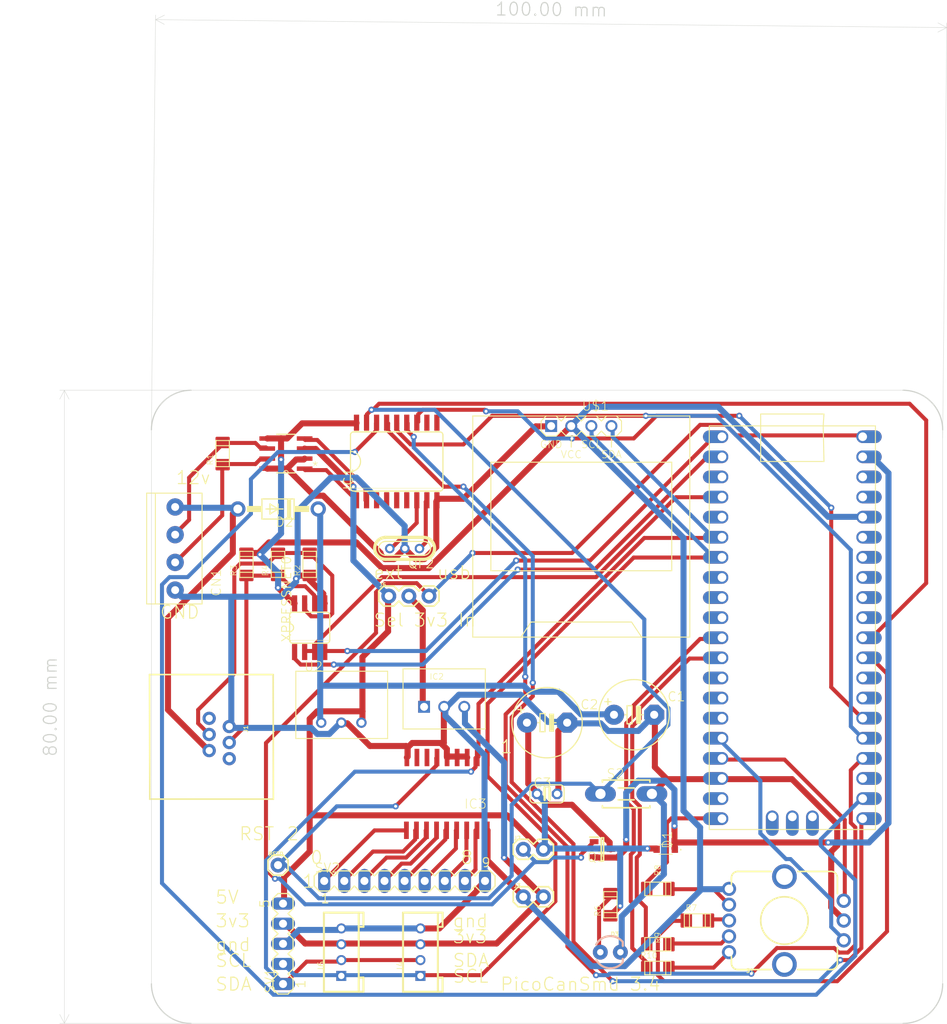
<source format=kicad_pcb>
(kicad_pcb (version 20221018) (generator pcbnew)
  (layers (0 "F.Cu" signal) (31 "B.Cu" signal) (34 "B.Paste" user) (35 "F.Paste" user) (36 "B.SilkS" user "B.Silkscreen") (37 "F.SilkS" user "F.Silkscreen") (38 "B.Mask" user) (39 "F.Mask" user) (44 "Edge.Cuts" user))
  (net 0 "")
  (net 1 "3V3")
  (net 2 "SCL")
  (net 3 "5V")
  (net 4 "SDA")
  (net 5 "GND")
  (net 6 "RTS")
  (net 7 "N$3")
  (net 8 "12V")
  (net 9 "N$4")
  (net 10 "N$5")
  (net 11 "CH")
  (net 12 "N$7")
  (net 13 "N$6")
  (net 14 "N$8")
  (net 15 "N$9")
  (net 16 "N$10")
  (net 17 "N$11")
  (net 18 "N$12")
  (net 19 "RUN")
  (net 20 "N$14")
  (net 21 "N$15")
  (net 22 "VBUS")
  (net 23 "VSYS")
  (net 24 "3V3A")
  (net 25 "GP0")
  (net 26 "GP1")
  (net 27 "BTN")
  (net 28 "BLUE")
  (net 29 "PINB")
  (net 30 "PINA")
  (net 31 "RED")
  (net 32 "GREEN")
  (net 33 "N$19")
  (net 34 "N$1")
  (net 35 "N$16")
  (net 36 "N$17")
  (net 37 "N$2")
  (net 38 "N$13")
  (net 39 "CL")
  (net 40 "N$18")
  (net 41 "N$20")
  (net 42 "N$21")
  (net 43 "N$22")
  (net 44 "N$23")
  (net 45 "N$24")
  (net 46 "N$25")
  (net 47 "N$26")
  (footprint "PicoCanSmd31:DO41-10" (layer "F.Cu") (at 114.5011 80.0036 180)
    (fp_text reference "D2")
    (fp_text value "1N4004")
  )
  (footprint "PicoCanSmd31:DC-DC_CONVERTER_78XX" (layer "F.Cu") (at 122.5011 107.0036)
    (fp_text reference "U2")
    (fp_text value "R-78E5.0-1.0")
  )
  (footprint "PicoCanSmd31:C1206" (layer "F.Cu") (at 118.5011 87.0036)
    (fp_text reference "R2")
    (fp_text value "10k")
  )
  (footprint "PicoCanSmd31:C1206" (layer "F.Cu") (at 162.5011 135.0036 -90)
    (fp_text reference "R9")
    (fp_text value "1k")
  )
  (footprint "PicoCanSmd31:RJ12A" (layer "F.Cu") (at 103.5011 109.0036 -90)
    (fp_text reference "J1")
    (fp_text value "Can")
  )
  (footprint "PicoCanSmd31:C1206" (layer "F.Cu") (at 156.5011 130.0036)
    (fp_text reference "R6")
    (fp_text value "1k")
  )
  (footprint "PicoCanSmd31:C025-024X044" (layer "F.Cu") (at 148.5011 116.0036)
    (fp_text reference "C3")
    (fp_text value "100nF")
  )
  (footprint "PicoCanSmd31:SO18W" (layer "F.Cu") (at 136.5011 116.0036 180)
    (fp_text reference "IC3")
    (fp_text value "MCP23008/SO")
  )
  (footprint "PicoCanSmd31:1X02" (layer "F.Cu") (at 145.5011 129.0036)
    (fp_text reference "J3")
    (fp_text value "3v3 sel")
  )
  (footprint "" (layer "F.Cu") (at 193.5011 140.0036)
    (fp_text reference "@HOLE2" hide)
    (fp_text value "")
  )
  (footprint "PicoCanSmd31:1X02" (layer "F.Cu") (at 145.5011 123.0036)
    (fp_text reference "J2")
    (fp_text value "5VSel")
  )
  (footprint "" (layer "F.Cu") (at 103.5011 70.0036)
    (fp_text reference "@HOLE0" hide)
    (fp_text value "")
  )
  (footprint "PicoCanSmd31:RPI_PICO_TH" (layer "F.Cu") (at 179.5011 95.0036)
    (fp_text reference "RPI2040" hide)
    (fp_text value "" hide)
  )
  (footprint "PicoCanSmd31:ENCODER_LED_3" (layer "F.Cu") (at 178.5011 132.0036 90)
    (fp_text reference "S1")
    (fp_text value "")
  )
  (footprint "PicoCanSmd31:C1206" (layer "F.Cu") (at 110.5011 87.0036)
    (fp_text reference "R3")
    (fp_text value "10k")
  )
  (footprint "PicoCanSmd31:C1206" (layer "F.Cu") (at 162.5011 138.0036 -90)
    (fp_text reference "R10")
    (fp_text value "1k")
  )
  (footprint "PicoCanSmd31:DTS-3" (layer "F.Cu") (at 158.5011 116.0036)
    (fp_text reference "S2")
    (fp_text value "DTS-3")
  )
  (footprint "PicoCanSmd31:MA09-1" (layer "F.Cu") (at 130.5011 127.0036)
    (fp_text reference "SV2")
    (fp_text value "")
  )
  (footprint "PicoCanSmd31:SO18L" (layer "F.Cu") (at 129.5011 74.0036)
    (fp_text reference "IC1")
    (fp_text value "MCP2515-E/SO")
  )
  (footprint "" (layer "F.Cu") (at 193.5011 70.0036)
    (fp_text reference "@HOLE1" hide)
    (fp_text value "")
  )
  (footprint "PicoCanSmd31:UM1" (layer "F.Cu") (at 130.5011 85.0036 180)
    (fp_text reference "QF2")
    (fp_text value "16M20AUM1")
  )
  (footprint "PicoCanSmd31:1X03" (layer "F.Cu") (at 128.5011 91.0036)
    (fp_text reference "J5")
    (fp_text value "Sel Vreg In")
  )
  (footprint "PicoCanSmd31:HW4-2.0" (layer "F.Cu") (at 122.5011 136.0036 90)
    (fp_text reference "J6")
    (fp_text value "4P-2.0")
  )
  (footprint "PicoCanSmd31:1X04-3.5MM" (layer "F.Cu") (at 101.5011 85.0036 -90)
    (fp_text reference "CN1")
    (fp_text value "1X4-3.5MM" hide)
  )
  (footprint "PicoCanSmd31:1SS357TPH3F" (layer "F.Cu") (at 163.5011 123.0036 90)
    (fp_text reference "D1")
    (fp_text value "CUS05S40,H3F")
  )
  (footprint "PicoCanSmd31:C1206" (layer "F.Cu") (at 162.5011 128.0036 -90)
    (fp_text reference "R8")
    (fp_text value "1k")
  )
  (footprint "PicoCanSmd31:C1206" (layer "F.Cu") (at 107.5011 73.0036)
    (fp_text reference "R1")
    (fp_text value "120")
  )
  (footprint "PicoCanSmd31:E5-8,5" (layer "F.Cu") (at 148.5011 107.0036)
    (fp_text reference "C2")
    (fp_text value "4.7uF")
  )
  (footprint "PicoCanSmd31:SO08" (layer "F.Cu") (at 118.5011 95.0036)
    (fp_text reference "XPRESSNET0")
    (fp_text value "MAX3468ESA")
  )
  (footprint "PicoCanSmd31:DISPLAY-OLED-128X64-I2C" (layer "F.Cu") (at 152.8311 82.2236)
    (fp_text reference "U$1")
    (fp_text value "DISPLAY-OLED-128X64-I2C")
  )
  (footprint "PicoCanSmd31:SOT96P240X110-3N" (layer "F.Cu") (at 155.5011 123.0036)
    (fp_text reference "Q3")
    (fp_text value "DMG2305UX-7")
  )
  (footprint "PicoCanSmd31:HW4-2.0" (layer "F.Cu") (at 132.5011 136.0036 90)
    (fp_text reference "J4")
    (fp_text value "4P-2.0")
  )
  (footprint "PicoCanSmd31:C1206" (layer "F.Cu") (at 114.5011 87.0036)
    (fp_text reference "R4")
    (fp_text value "120")
  )
  (footprint "" (layer "F.Cu") (at 103.5011 140.0036)
    (fp_text reference "@HOLE3" hide)
    (fp_text value "")
  )
  (footprint "PicoCanSmd31:MA05-1" (layer "F.Cu") (at 115.1311 134.9436 90)
    (fp_text reference "SV1")
    (fp_text value "I2C-3v3")
  )
  (footprint "PicoCanSmd31:E5-8,5" (layer "F.Cu") (at 159.5011 106.0036)
    (fp_text reference "C1")
    (fp_text value "100uF")
  )
  (footprint "PicoCanSmd31:1X01" (layer "F.Cu") (at 114.5011 125.0036)
    (fp_text reference "RST0")
    (fp_text value "")
  )
  (footprint "PicoCanSmd31:SOIC127P600X175-8N" (layer "F.Cu") (at 115.5011 73.0036 180)
    (fp_text reference "U$3" hide)
    (fp_text value "MCP2562")
  )
  (footprint "PicoCanSmd31:OKI-78SR" (layer "F.Cu") (at 135.5011 105.0036)
    (fp_text reference "IC2")
    (fp_text value "VREG-OKI-78SR-3.3/1.5-W36")
  )
  (footprint "PicoCanSmd31:C1206" (layer "F.Cu") (at 167.5011 132.0036 -90)
    (fp_text reference "R7")
    (fp_text value "10k")
  )
  (footprint "PicoCanSmd31:LED_3MM" (layer "F.Cu") (at 156.5011 136.0036)
    (fp_text reference "D3")
    (fp_text value "5V")
  )
  (gr_arc (start 193.5011 65.0036) (mid 197.036634 66.468066) (end 198.5011 70.0036) (stroke (width 0.1524)) (layer "Edge.Cuts"))
  (gr_line (start 98.5011 70.0036) (end 98.5011 140.0036) (stroke (width 0.05)) (layer "Edge.Cuts"))
  (gr_arc (start 98.5011 70.0036) (mid 99.965566 66.468066) (end 103.5011 65.0036) (stroke (width 0.1524)) (layer "Edge.Cuts"))
  (gr_line (start 103.5011 145.0036) (end 193.5011 145.0036) (stroke (width 0.05)) (layer "Edge.Cuts"))
  (gr_arc (start 198.5011 140.0036) (mid 197.036634 143.539134) (end 193.5011 145.0036) (stroke (width 0.1524)) (layer "Edge.Cuts"))
  (gr_line (start 198.5011 140.0036) (end 198.5011 70.0036) (stroke (width 0.05)) (layer "Edge.Cuts"))
  (gr_arc (start 103.5011 145.0036) (mid 99.965566 143.539134) (end 98.5011 140.0036) (stroke (width 0.1524)) (layer "Edge.Cuts"))
  (gr_line (start 193.5011 65.0036) (end 103.5011 65.0036) (stroke (width 0.05)) (layer "Edge.Cuts"))
  (gr_text "3v3" (at 136.5011 135.0036) (layer "F.SilkS") (effects (font (size 1.63576 1.63576) (thickness 0.14224)) (justify left bottom)))
  (gr_text "SDA" (at 136.5011 138.0036) (layer "F.SilkS") (effects (font (size 1.63576 1.63576) (thickness 0.14224)) (justify left bottom)))
  (gr_text "1" (at 117.5011 128.0036) (layer "F.SilkS") (effects (font (size 1.63576 1.63576) (thickness 0.14224)) (justify left bottom)))
  (gr_text "RST" (at 109.5011 122.0036) (layer "F.SilkS") (effects (font (size 1.63576 1.63576) (thickness 0.14224)) (justify left bottom)))
  (gr_text "1" (at 142.5011 111.0036) (layer "F.SilkS") (effects (font (size 1.63576 1.63576) (thickness 0.14224)) (justify left bottom)))
  (gr_text "ext" (at 126.5011 89.0036) (layer "F.SilkS") (effects (font (size 1.63576 1.63576) (thickness 0.14224)) (justify left bottom)))
  (gr_text "gnd" (at 136.5011 133.0036) (layer "F.SilkS") (effects (font (size 1.63576 1.63576) (thickness 0.14224)) (justify left bottom)))
  (gr_text "GND" (at 99.5011 94.0036) (layer "F.SilkS") (effects (font (size 1.63576 1.63576) (thickness 0.14224)) (justify left bottom)))
  (gr_text "PicoCanSmd 3.4" (at 142.5011 141.0036) (layer "F.SilkS") (effects (font (size 1.63576 1.63576) (thickness 0.14224)) (justify left bottom)))
  (gr_text "SCL" (at 136.5011 140.0036) (layer "F.SilkS") (effects (font (size 1.63576 1.63576) (thickness 0.14224)) (justify left bottom)))
  (gr_text "usb" (at 134.5011 89.0036) (layer "F.SilkS") (effects (font (size 1.63576 1.63576) (thickness 0.14224)) (justify left bottom)))
  (gr_text "gnd" (at 106.5011 136.0036) (layer "F.SilkS") (effects (font (size 1.63576 1.63576) (thickness 0.14224)) (justify left bottom)))
  (gr_text "2" (at 115.5011 122.0036) (layer "F.SilkS") (effects (font (size 1.63576 1.63576) (thickness 0.14224)) (justify left bottom)))
  (gr_text "0" (at 118.5011 125.0036) (layer "F.SilkS") (effects (font (size 1.63576 1.63576) (thickness 0.14224)) (justify left bottom)))
  (gr_text "5V" (at 106.5011 130.0036) (layer "F.SilkS") (effects (font (size 1.63576 1.63576) (thickness 0.14224)) (justify left bottom)))
  (gr_text "Sel 3v3 In" (at 126.5011 95.0036) (layer "F.SilkS") (effects (font (size 1.63576 1.63576) (thickness 0.14224)) (justify left bottom)))
  (gr_text "SCL" (at 106.5011 138.0036) (layer "F.SilkS") (effects (font (size 1.63576 1.63576) (thickness 0.14224)) (justify left bottom)))
  (gr_text "8" (at 137.5011 125.0036) (layer "F.SilkS") (effects (font (size 1.63576 1.63576) (thickness 0.14224)) (justify left bottom)))
  (gr_text "3v3" (at 106.5011 133.0036) (layer "F.SilkS") (effects (font (size 1.63576 1.63576) (thickness 0.14224)) (justify left bottom)))
  (gr_text "12v" (at 101.5011 77.0036) (layer "F.SilkS") (effects (font (size 1.63576 1.63576) (thickness 0.14224)) (justify left bottom)))
  (gr_text "SDA" (at 106.5011 141.0036) (layer "F.SilkS") (effects (font (size 1.63576 1.63576) (thickness 0.14224)) (justify left bottom)))
  (dimension (type aligned) (layer "Edge.Cuts") (pts (xy 98.5011 70.0036) (xy 198.5011 71.0036)) (height -51.829345) (gr_text "100.00 mm" (at 149.037147 16.898935 359.4270613) (layer "Edge.Cuts") (effects (font (size 1.63576 1.63576) (thickness 0.14224)))) (format (prefix "") (suffix "") (units 2) (units_format 1) (precision 2)) (style (thickness 0.05) (arrow_length 1.27) (text_position_mode 0) (extension_height 0.58642) (extension_offset 0) keep_text_aligned))
  (dimension (type aligned) (layer "Edge.Cuts") (pts (xy 103.5011 65.0036) (xy 103.5011 145.0036)) (height 16) (gr_text "80.00 mm" (at 85.7231 105.0036 90) (layer "Edge.Cuts") (effects (font (size 1.63576 1.63576) (thickness 0.14224)))) (format (prefix "") (suffix "") (units 2) (units_format 1) (precision 2)) (style (thickness 0.05) (arrow_length 1.27) (text_position_mode 0) (extension_height 0.58642) (extension_offset 0) keep_text_aligned))
  (segment (start 140.9826 120.6196) (end 140.9461 120.6036) (width 0.762) (layer "F.Cu") (net 1))
  (segment (start 127.6476 87.4726) (end 124.4091 84.2341) (width 0.762) (layer "F.Cu") (net 1))
  (segment (start 133.5531 87.4726) (end 127.6476 87.4726) (width 0.762) (layer "F.Cu") (net 1))
  (segment (start 140.9826 124.4296) (end 140.9826 120.6196) (width 0.762) (layer "F.Cu") (net 1))
  (segment (start 116.4081 91.8541) (end 116.5961 91.9302) (width 0.762) (layer "F.Cu") (net 1))
  (segment (start 145.5546 129.0016) (end 140.9826 124.4296) (width 0.762) (layer "F.Cu") (net 1))
  (segment (start 115.6461 71.0896) (end 114.8841 71.0896) (width 0.762) (layer "F.Cu") (net 1))
  (segment (start 112.2171 85.7581) (end 112.0266 85.5676) (width 0.762) (layer "F.Cu") (net 1))
  (segment (start 110.5026 85.5676) (end 110.5011 85.6036) (width 0.762) (layer "F.Cu") (net 1))
  (segment (start 114.5031 89.9491) (end 116.4081 91.8541) (width 0.762) (layer "F.Cu") (net 1))
  (segment (start 117.5511 69.1846) (end 115.6461 71.0896) (width 0.762) (layer "F.Cu") (net 1))
  (segment (start 151.4601 69.5656) (end 151.5611 69.5236) (width 0.762) (layer "F.Cu") (net 1))
  (segment (start 113.1696 71.0896) (end 113.1389 71.0986) (width 0.762) (layer "F.Cu") (net 1))
  (segment (start 114.8841 71.0896) (end 113.1696 71.0896) (width 0.762) (layer "F.Cu") (net 1))
  (segment (start 113.3601 84.2341) (end 112.0266 85.5676) (width 0.762) (layer "F.Cu") (net 1))
  (segment (start 114.8841 73.7566) (end 114.8841 71.0896) (width 0.762) (layer "F.Cu") (net 1))
  (segment (start 145.5546 129.0016) (end 145.5011 129.0036) (width 0.762) (layer "F.Cu") (net 1))
  (segment (start 124.4091 84.2341) (end 113.3601 84.2341) (width 0.762) (layer "F.Cu") (net 1))
  (segment (start 124.4091 69.1846) (end 117.5511 69.1846) (width 0.762) (layer "F.Cu") (net 1))
  (segment (start 112.0266 85.5676) (end 110.5026 85.5676) (width 0.762) (layer "F.Cu") (net 1))
  (segment (start 124.4091 69.1846) (end 124.4211 69.1014) (width 0.762) (layer "F.Cu") (net 1))
  (segment (start 151.4601 69.5656) (end 133.5531 87.4726) (width 0.762) (layer "F.Cu") (net 1))
  (via (at 114.8841 73.7566) (size 0.7874) (drill 0.381) (layers "F.Cu" "B.Cu") (net 1))
  (via (at 114.5031 89.9491) (size 0.7874) (drill 0.381) (layers "F.Cu" "B.Cu") (net 1))
  (via (at 112.2171 85.7581) (size 0.7874) (drill 0.381) (layers "F.Cu" "B.Cu") (net 1))
  (segment (start 112.2171 85.7581) (end 114.5031 88.0441) (width 0.762) (layer "B.Cu") (net 1))
  (segment (start 112.2171 85.7581) (end 114.8841 83.0911) (width 0.762) (layer "B.Cu") (net 1))
  (segment (start 145.5546 129.1921) (end 154.1271 137.7646) (width 0.762) (layer "B.Cu") (net 1))
  (segment (start 165.7476 83.6626) (end 165.7476 118.1431) (width 0.762) (layer "B.Cu") (net 1))
  (segment (start 184.0356 80.9956) (end 188.2266 80.9956) (width 0.762) (layer "B.Cu") (net 1))
  (segment (start 145.5546 129.1921) (end 145.5011 129.0036) (width 0.762) (layer "B.Cu") (net 1))
  (segment (start 153.9366 67.0891) (end 170.1291 67.0891) (width 0.762) (layer "B.Cu") (net 1))
  (segment (start 151.6506 69.3751) (end 151.5611 69.5236) (width 0.762) (layer "B.Cu") (net 1))
  (segment (start 167.8431 120.2386) (end 167.8431 127.8586) (width 0.762) (layer "B.Cu") (net 1))
  (segment (start 151.6506 69.3751) (end 153.9366 67.0891) (width 0.762) (layer "B.Cu") (net 1))
  (segment (start 114.8841 83.0911) (end 114.8841 73.7566) (width 0.762) (layer "B.Cu") (net 1))
  (segment (start 168.0336 128.0491) (end 171.4626 128.0491) (width 0.762) (layer "B.Cu") (net 1))
  (segment (start 165.7476 118.1431) (end 167.8431 120.2386) (width 0.762) (layer "B.Cu") (net 1))
  (segment (start 167.8431 127.8586) (end 168.0336 128.0491) (width 0.762) (layer "B.Cu") (net 1))
  (segment (start 151.8411 69.7561) (end 165.7476 83.6626) (width 0.762) (layer "B.Cu") (net 1))
  (segment (start 171.4626 128.0491) (end 171.5011 128.0036) (width 0.762) (layer "B.Cu") (net 1))
  (segment (start 154.1271 137.7646) (end 158.3181 137.7646) (width 0.762) (layer "B.Cu") (net 1))
  (segment (start 114.5031 88.0441) (end 114.5031 89.9491) (width 0.762) (layer "B.Cu") (net 1))
  (segment (start 188.2266 80.9956) (end 188.3911 81.0336) (width 0.762) (layer "B.Cu") (net 1))
  (segment (start 158.3181 137.7646) (end 168.0336 128.0491) (width 0.762) (layer "B.Cu") (net 1))
  (segment (start 151.8411 69.7561) (end 151.5611 69.5236) (width 0.762) (layer "B.Cu") (net 1))
  (segment (start 170.1291 67.0891) (end 184.0356 80.9956) (width 0.762) (layer "B.Cu") (net 1))
  (segment (start 132.6006 138.9076) (end 140.2206 138.9076) (width 0.508) (layer "F.Cu") (net 2))
  (segment (start 149.5551 122.3341) (end 140.9826 113.7616) (width 0.508) (layer "F.Cu") (net 2))
  (segment (start 140.2206 138.9076) (end 149.5551 129.5731) (width 0.508) (layer "F.Cu") (net 2))
  (segment (start 140.9826 111.2851) (end 140.9461 111.4036) (width 0.508) (layer "F.Cu") (net 2))
  (segment (start 159.4611 86.1391) (end 170.5101 86.1391) (width 0.508) (layer "F.Cu") (net 2))
  (segment (start 132.6006 138.9076) (end 132.5011 139.0036) (width 0.508) (layer "F.Cu") (net 2))
  (segment (start 140.9826 104.6176) (end 159.4611 86.1391) (width 0.508) (layer "F.Cu") (net 2))
  (segment (start 140.9826 111.2851) (end 140.9826 104.6176) (width 0.508) (layer "F.Cu") (net 2))
  (segment (start 140.9826 113.7616) (end 140.9826 111.4756) (width 0.508) (layer "F.Cu") (net 2))
  (segment (start 140.9826 111.4756) (end 140.9461 111.4036) (width 0.508) (layer "F.Cu") (net 2))
  (segment (start 170.5101 86.1391) (end 170.6111 86.1136) (width 0.508) (layer "F.Cu") (net 2))
  (segment (start 149.5551 129.5731) (end 149.5551 122.3341) (width 0.508) (layer "F.Cu") (net 2))
  (segment (start 154.1271 69.5656) (end 154.1011 69.5236) (width 0.508) (layer "B.Cu") (net 2))
  (segment (start 122.3136 138.9076) (end 122.5011 139.0036) (width 0.508) (layer "B.Cu") (net 2))
  (segment (start 115.2651 137.5741) (end 115.1311 137.4836) (width 0.508) (layer "B.Cu") (net 2))
  (segment (start 154.1271 70.7086) (end 154.1271 69.5656) (width 0.508) (layer "B.Cu") (net 2))
  (segment (start 169.3671 85.9486) (end 154.1271 70.7086) (width 0.508) (layer "B.Cu") (net 2))
  (segment (start 170.5101 85.9486) (end 169.3671 85.9486) (width 0.508) (layer "B.Cu") (net 2))
  (segment (start 122.6946 138.9076) (end 122.5011 139.0036) (width 0.508) (layer "B.Cu") (net 2))
  (segment (start 170.5101 85.9486) (end 170.6111 86.1136) (width 0.508) (layer "B.Cu") (net 2))
  (segment (start 116.5986 138.9076) (end 122.3136 138.9076) (width 0.508) (layer "B.Cu") (net 2))
  (segment (start 132.4101 138.9076) (end 132.5011 139.0036) (width 0.508) (layer "B.Cu") (net 2))
  (segment (start 115.2651 137.5741) (end 116.5986 138.9076) (width 0.508) (layer "B.Cu") (net 2))
  (segment (start 132.4101 138.9076) (end 122.6946 138.9076) (width 0.508) (layer "B.Cu") (net 2))
  (segment (start 151.6506 117.3811) (end 156.4131 122.1436) (width 0.762) (layer "F.Cu") (net 3))
  (segment (start 161.1756 122.9056) (end 162.3186 122.9056) (width 0.762) (layer "F.Cu") (net 3))
  (segment (start 146.1261 107.0941) (end 145.9611 107.0036) (width 0.762) (layer "F.Cu") (net 3))
  (segment (start 148.0311 122.9056) (end 148.0411 123.0036) (width 0.762) (layer "F.Cu") (net 3))
  (segment (start 156.6036 131.2876) (end 156.5011 131.4036) (width 0.762) (layer "F.Cu") (net 3))
  (segment (start 125.1711 105.5701) (end 119.4561 105.5701) (width 0.762) (layer "F.Cu") (net 3))
  (segment (start 125.1711 106.9036) (end 125.0411 107.0036) (width 0.762) (layer "F.Cu") (net 3))
  (segment (start 147.2691 116.0476) (end 147.2311 116.0036) (width 0.762) (layer "F.Cu") (net 3))
  (segment (start 156.4131 122.1436) (end 156.4131 122.9056) (width 0.762) (layer "F.Cu") (net 3))
  (segment (start 147.0786 115.6666) (end 146.1261 114.7141) (width 0.762) (layer "F.Cu") (net 3))
  (segment (start 148.6026 117.3811) (end 151.6506 117.3811) (width 0.762) (layer "F.Cu") (net 3))
  (segment (start 143.4591 118.7146) (end 147.6501 122.9056) (width 0.762) (layer "F.Cu") (net 3))
  (segment (start 124.0281 77.1856) (end 119.2656 72.4231) (width 0.762) (layer "F.Cu") (net 3))
  (segment (start 115.2651 129.7636) (end 115.1311 129.8636) (width 0.762) (layer "F.Cu") (net 3))
  (segment (start 156.4131 122.9056) (end 156.5511 123.0036) (width 0.762) (layer "F.Cu") (net 3))
  (segment (start 157.7466 130.1446) (end 156.6036 131.2876) (width 0.762) (layer "F.Cu") (net 3))
  (segment (start 125.1711 98.7121) (end 125.1711 105.5701) (width 0.762) (layer "F.Cu") (net 3))
  (segment (start 118.5036 106.5226) (end 118.5036 118.7146) (width 0.762) (layer "F.Cu") (net 3))
  (segment (start 115.2651 126.5251) (end 115.2651 129.7636) (width 0.762) (layer "F.Cu") (net 3))
  (segment (start 147.0786 115.6666) (end 147.2311 116.0036) (width 0.762) (layer "F.Cu") (net 3))
  (segment (start 117.9321 72.4231) (end 117.8633 72.3686) (width 0.762) (layer "F.Cu") (net 3))
  (segment (start 146.1261 114.7141) (end 146.1261 107.0941) (width 0.762) (layer "F.Cu") (net 3))
  (segment (start 128.4096 95.4736) (end 125.1711 98.7121) (width 0.762) (layer "F.Cu") (net 3))
  (segment (start 119.4561 105.5701) (end 118.5036 106.5226) (width 0.762) (layer "F.Cu") (net 3))
  (segment (start 119.2656 72.4231) (end 117.9321 72.4231) (width 0.762) (layer "F.Cu") (net 3))
  (segment (start 128.4096 91.0921) (end 128.5011 91.0036) (width 0.762) (layer "F.Cu") (net 3))
  (segment (start 147.2691 116.0476) (end 148.6026 117.3811) (width 0.762) (layer "F.Cu") (net 3))
  (segment (start 147.6501 122.9056) (end 148.0311 122.9056) (width 0.762) (layer "F.Cu") (net 3))
  (segment (start 162.3186 122.9056) (end 162.3511 123.0036) (width 0.762) (layer "F.Cu") (net 3))
  (segment (start 118.5036 123.2866) (end 115.2651 126.5251) (width 0.762) (layer "F.Cu") (net 3))
  (segment (start 118.5036 118.7146) (end 143.4591 118.7146) (width 0.762) (layer "F.Cu") (net 3))
  (segment (start 125.1711 105.5701) (end 125.1711 106.9036) (width 0.762) (layer "F.Cu") (net 3))
  (segment (start 128.4096 91.0921) (end 128.4096 95.4736) (width 0.762) (layer "F.Cu") (net 3))
  (segment (start 118.5036 118.7146) (end 118.5036 123.2866) (width 0.762) (layer "F.Cu") (net 3))
  (via (at 157.7466 130.1446) (size 0.7874) (drill 0.381) (layers "F.Cu" "B.Cu") (net 3))
  (via (at 161.1756 122.9056) (size 0.7874) (drill 0.381) (layers "F.Cu" "B.Cu") (net 3))
  (via (at 124.0281 77.1856) (size 0.7874) (drill 0.381) (layers "F.Cu" "B.Cu") (net 3))
  (segment (start 148.2216 122.5246) (end 148.0411 123.0036) (width 0.762) (layer "B.Cu") (net 3))
  (segment (start 157.7466 122.9056) (end 157.7466 130.1446) (width 0.762) (layer "B.Cu") (net 3))
  (segment (start 148.2216 122.9056) (end 148.0411 123.0036) (width 0.762) (layer "B.Cu") (net 3))
  (segment (start 148.2216 117.0001) (end 148.2216 122.5246) (width 0.762) (layer "B.Cu") (net 3))
  (segment (start 157.7466 122.9056) (end 161.1756 122.9056) (width 0.762) (layer "B.Cu") (net 3))
  (segment (start 128.4096 90.9016) (end 124.0281 86.5201) (width 0.762) (layer "B.Cu") (net 3))
  (segment (start 124.0281 86.5201) (end 124.0281 77.1856) (width 0.762) (layer "B.Cu") (net 3))
  (segment (start 147.2691 116.0476) (end 147.2311 116.0036) (width 0.762) (layer "B.Cu") (net 3))
  (segment (start 148.2216 122.9056) (end 157.7466 122.9056) (width 0.762) (layer "B.Cu") (net 3))
  (segment (start 128.4096 90.9016) (end 128.5011 91.0036) (width 0.762) (layer "B.Cu") (net 3))
  (segment (start 147.2691 116.0476) (end 148.2216 117.0001) (width 0.762) (layer "B.Cu") (net 3))
  (segment (start 139.4586 111.4756) (end 139.4586 112.6186) (width 0.508) (layer "F.Cu") (net 4))
  (segment (start 170.5101 83.6626) (end 170.6111 83.5736) (width 0.508) (layer "F.Cu") (net 4))
  (segment (start 139.8396 111.2851) (end 139.6761 111.4036) (width 0.508) (layer "F.Cu") (net 4))
  (segment (start 132.4101 137.0026) (end 132.5011 137.0036) (width 0.508) (layer "F.Cu") (net 4))
  (segment (start 115.2651 140.0506) (end 115.1311 140.0236) (width 0.508) (layer "F.Cu") (net 4))
  (segment (start 118.1226 137.1931) (end 122.3136 137.1931) (width 0.508) (layer "F.Cu") (net 4))
  (segment (start 170.5101 83.6626) (end 160.7946 83.6626) (width 0.508) (layer "F.Cu") (net 4))
  (segment (start 122.6946 137.0026) (end 122.5011 137.0036) (width 0.508) (layer "F.Cu") (net 4))
  (segment (start 139.4586 112.6186) (end 138.8871 113.1901) (width 0.508) (layer "F.Cu") (net 4))
  (segment (start 122.3136 137.1931) (end 122.5011 137.0036) (width 0.508) (layer "F.Cu") (net 4))
  (segment (start 139.8396 104.6176) (end 139.8396 111.2851) (width 0.508) (layer "F.Cu") (net 4))
  (segment (start 115.2651 140.0506) (end 118.1226 137.1931) (width 0.508) (layer "F.Cu") (net 4))
  (segment (start 160.7946 83.6626) (end 139.8396 104.6176) (width 0.508) (layer "F.Cu") (net 4))
  (segment (start 122.6946 137.0026) (end 132.4101 137.0026) (width 0.508) (layer "F.Cu") (net 4))
  (segment (start 139.4586 111.4756) (end 139.6761 111.4036) (width 0.508) (layer "F.Cu") (net 4))
  (via (at 138.8871 113.1901) (size 0.7874) (drill 0.381) (layers "F.Cu" "B.Cu") (net 4))
  (segment (start 115.0746 139.8601) (end 115.1311 140.0236) (width 0.508) (layer "B.Cu") (net 4))
  (segment (start 112.9791 137.9551) (end 113.9316 138.9076) (width 0.508) (layer "B.Cu") (net 4))
  (segment (start 170.5101 83.4721) (end 170.6111 83.5736) (width 0.508) (layer "B.Cu") (net 4))
  (segment (start 156.7941 69.5656) (end 156.6411 69.5236) (width 0.508) (layer "B.Cu") (net 4))
  (segment (start 114.1221 138.9076) (end 115.0746 139.8601) (width 0.508) (layer "B.Cu") (net 4))
  (segment (start 113.9316 138.9076) (end 114.1221 138.9076) (width 0.508) (layer "B.Cu") (net 4))
  (segment (start 138.8871 113.1901) (end 124.2186 113.1901) (width 0.508) (layer "B.Cu") (net 4))
  (segment (start 170.5101 83.4721) (end 169.3671 83.4721) (width 0.508) (layer "B.Cu") (net 4))
  (segment (start 124.2186 113.1901) (end 112.9791 124.4296) (width 0.508) (layer "B.Cu") (net 4))
  (segment (start 169.3671 83.4721) (end 156.7941 70.8991) (width 0.508) (layer "B.Cu") (net 4))
  (segment (start 112.9791 124.4296) (end 112.9791 137.9551) (width 0.508) (layer "B.Cu") (net 4))
  (segment (start 156.7941 70.8991) (end 156.7941 69.5656) (width 0.508) (layer "B.Cu") (net 4))
  (segment (start 163.6521 114.1426) (end 170.5101 114.1426) (width 0.762) (layer "F.Cu") (net 5))
  (segment (start 136.2201 111.2851) (end 136.9821 111.2851) (width 0.762) (layer "F.Cu") (net 5))
  (segment (start 122.5041 107.0941) (end 122.5011 107.0036) (width 0.762) (layer "F.Cu") (net 5))
  (segment (start 170.5101 114.1426) (end 170.6111 114.0536) (width 0.762) (layer "F.Cu") (net 5))
  (segment (start 136.9821 111.2851) (end 137.1361 111.4036) (width 0.762) (layer "F.Cu") (net 5))
  (segment (start 130.6956 85.1866) (end 130.5281 85.0036) (width 0.762) (layer "F.Cu") (net 5))
  (segment (start 135.4581 105.1891) (end 135.5011 105.0036) (width 0.762) (layer "F.Cu") (net 5))
  (segment (start 130.6956 109.9516) (end 130.8861 110.1421) (width 0.762) (layer "F.Cu") (net 5))
  (segment (start 120.2181 90.7111) (end 118.5036 88.9966) (width 0.762) (layer "F.Cu") (net 5))
  (segment (start 120.2181 78.3286) (end 119.0751 78.3286) (width 0.762) (layer "F.Cu") (net 5))
  (segment (start 131.4576 109.5706) (end 130.8861 110.1421) (width 0.762) (layer "F.Cu") (net 5))
  (segment (start 117.1701 88.4251) (end 118.1226 88.4251) (width 0.762) (layer "F.Cu") (net 5))
  (segment (start 135.8391 111.2851) (end 135.857903 111.367625) (width 0.762) (layer "F.Cu") (net 5))
  (segment (start 117.7416 73.7566) (end 117.8633 73.6386) (width 0.762) (layer "F.Cu") (net 5))
  (segment (start 120.2181 91.8541) (end 120.4061 91.9302) (width 0.762) (layer "F.Cu") (net 5))
  (segment (start 135.4581 109.5706) (end 135.2676 109.7611) (width 0.762) (layer "F.Cu") (net 5))
  (segment (start 138.3156 111.2851) (end 138.4061 111.4036) (width 0.762) (layer "F.Cu") (net 5))
  (segment (start 129.1716 86.3296) (end 128.0286 86.3296) (width 0.762) (layer "F.Cu") (net 5))
  (segment (start 134.8866 78.7096) (end 137.9346 78.7096) (width 0.762) (layer "F.Cu") (net 5))
  (segment (start 131.8386 86.3296) (end 132.9816 86.3296) (width 0.762) (layer "F.Cu") (net 5))
  (segment (start 134.5056 79.0906) (end 134.5811 78.9058) (width 0.762) (layer "F.Cu") (net 5))
  (segment (start 118.5036 88.4251) (end 118.5011 88.4036) (width 0.762) (layer "F.Cu") (net 5))
  (segment (start 184.4166 130.3351) (end 185.9406 131.8591) (width 0.762) (layer "F.Cu") (net 5))
  (segment (start 162.1281 106.1416) (end 162.0411 106.0036) (width 0.762) (layer "F.Cu") (net 5))
  (segment (start 147.0786 69.5656) (end 148.9836 69.5656) (width 0.762) (layer "F.Cu") (net 5))
  (segment (start 161.9376 115.8571) (end 161.7511 116.0036) (width 0.762) (layer "F.Cu") (net 5))
  (segment (start 118.1226 88.4251) (end 118.5011 88.4036) (width 0.762) (layer "F.Cu") (net 5))
  (segment (start 184.4166 123.2866) (end 184.4166 130.3351) (width 0.762) (layer "F.Cu") (net 5))
  (segment (start 134.8866 133.0021) (end 139.6491 128.2396) (width 0.762) (layer "F.Cu") (net 5))
  (segment (start 149.9361 108.0466) (end 149.9361 115.8571) (width 0.762) (layer "F.Cu") (net 5))
  (segment (start 130.6956 85.1866) (end 131.8386 86.3296) (width 0.762) (layer "F.Cu") (net 5))
  (segment (start 115.6461 74.8996) (end 113.1696 74.8996) (width 0.762) (layer "F.Cu") (net 5))
  (segment (start 130.6956 109.9516) (end 126.1236 109.9516) (width 0.762) (layer "F.Cu") (net 5))
  (segment (start 135.857903 111.367625) (end 135.8661 111.4036) (width 0.762) (layer "F.Cu") (net 5))
  (segment (start 185.9406 131.8591) (end 186.0011 132.0036) (width 0.762) (layer "F.Cu") (net 5))
  (segment (start 137.3631 111.2851) (end 138.3156 111.2851) (width 0.762) (layer "F.Cu") (net 5))
  (segment (start 150.8886 107.0941) (end 149.9361 108.0466) (width 0.762) (layer "F.Cu") (net 5))
  (segment (start 130.8861 110.1421) (end 130.8861 111.2851) (width 0.762) (layer "F.Cu") (net 5))
  (segment (start 137.9346 78.7096) (end 147.0786 69.5656) (width 0.762) (layer "F.Cu") (net 5))
  (segment (start 134.5056 84.8056) (end 134.5056 79.0906) (width 0.762) (layer "F.Cu") (net 5))
  (segment (start 136.2201 111.2851) (end 135.857903 111.367625) (width 0.762) (layer "F.Cu") (net 5))
  (segment (start 118.5036 88.9966) (end 118.5036 88.4251) (width 0.762) (layer "F.Cu") (net 5))
  (segment (start 162.1281 112.6186) (end 162.1281 106.1416) (width 0.762) (layer "F.Cu") (net 5))
  (segment (start 128.0286 86.3296) (end 127.4571 85.7581) (width 0.762) (layer "F.Cu") (net 5))
  (segment (start 127.4571 85.7581) (end 127.4571 85.5676) (width 0.762) (layer "F.Cu") (net 5))
  (segment (start 135.2676 109.7611) (end 135.0771 109.5706) (width 0.762) (layer "F.Cu") (net 5))
  (segment (start 119.0751 78.3286) (end 115.6461 74.8996) (width 0.762) (layer "F.Cu") (net 5))
  (segment (start 116.7891 73.7566) (end 115.6461 74.8996) (width 0.762) (layer "F.Cu") (net 5))
  (segment (start 179.4636 114.1426) (end 185.1786 119.8576) (width 0.762) (layer "F.Cu") (net 5))
  (segment (start 117.7416 73.7566) (end 116.7891 73.7566) (width 0.762) (layer "F.Cu") (net 5))
  (segment (start 148.9836 69.5656) (end 149.0211 69.5236) (width 0.762) (layer "F.Cu") (net 5))
  (segment (start 116.7891 88.8061) (end 117.1701 88.4251) (width 0.762) (layer "F.Cu") (net 5))
  (segment (start 130.3146 85.1866) (end 129.1716 86.3296) (width 0.762) (layer "F.Cu") (net 5))
  (segment (start 130.8861 111.2851) (end 130.7861 111.4036) (width 0.762) (layer "F.Cu") (net 5))
  (segment (start 161.9376 115.8571) (end 163.6521 114.1426) (width 0.762) (layer "F.Cu") (net 5))
  (segment (start 139.6491 128.2396) (end 139.6491 128.0491) (width 0.762) (layer "F.Cu") (net 5))
  (segment (start 130.3146 85.1866) (end 130.5281 85.0036) (width 0.762) (layer "F.Cu") (net 5))
  (segment (start 185.1786 119.8576) (end 185.1786 122.5246) (width 0.762) (layer "F.Cu") (net 5))
  (segment (start 137.3631 111.2851) (end 137.1361 111.4036) (width 0.762) (layer "F.Cu") (net 5))
  (segment (start 163.6521 114.1426) (end 162.1281 112.6186) (width 0.762) (layer "F.Cu") (net 5))
  (segment (start 126.1236 109.9516) (end 123.2661 107.0941) (width 0.762) (layer "F.Cu") (net 5))
  (segment (start 185.1786 122.5246) (end 184.4166 123.2866) (width 0.762) (layer "F.Cu") (net 5))
  (segment (start 135.8391 110.3326) (end 135.2676 109.7611) (width 0.762) (layer "F.Cu") (net 5))
  (segment (start 132.6006 133.0021) (end 134.8866 133.0021) (width 0.762) (layer "F.Cu") (net 5))
  (segment (start 139.6491 128.0491) (end 140.6016 127.0966) (width 0.762) (layer "F.Cu") (net 5))
  (segment (start 135.8391 111.2851) (end 135.8391 110.3326) (width 0.762) (layer "F.Cu") (net 5))
  (segment (start 135.0771 109.5706) (end 131.4576 109.5706) (width 0.762) (layer "F.Cu") (net 5))
  (segment (start 132.6006 133.0021) (end 132.5011 133.0036) (width 0.762) (layer "F.Cu") (net 5))
  (segment (start 149.9361 115.8571) (end 149.7711 116.0036) (width 0.762) (layer "F.Cu") (net 5))
  (segment (start 113.1696 74.8996) (end 113.1389 74.9086) (width 0.762) (layer "F.Cu") (net 5))
  (segment (start 132.9816 86.3296) (end 134.5056 84.8056) (width 0.762) (layer "F.Cu") (net 5))
  (segment (start 127.4571 85.5676) (end 120.2181 78.3286) (width 0.762) (layer "F.Cu") (net 5))
  (segment (start 123.2661 107.0941) (end 122.5041 107.0941) (width 0.762) (layer "F.Cu") (net 5))
  (segment (start 140.6016 127.0966) (end 140.6611 127.0036) (width 0.762) (layer "F.Cu") (net 5))
  (segment (start 135.4581 109.5706) (end 135.4581 105.1891) (width 0.762) (layer "F.Cu") (net 5))
  (segment (start 134.8866 78.7096) (end 134.5811 78.9058) (width 0.762) (layer "F.Cu") (net 5))
  (segment (start 170.8911 114.1426) (end 179.4636 114.1426) (width 0.762) (layer "F.Cu") (net 5))
  (segment (start 170.8911 114.1426) (end 170.6111 114.0536) (width 0.762) (layer "F.Cu") (net 5))
  (segment (start 150.8886 107.0941) (end 151.0411 107.0036) (width 0.762) (layer "F.Cu") (net 5))
  (segment (start 120.2181 91.8541) (end 120.2181 90.7111) (width 0.762) (layer "F.Cu") (net 5))
  (via (at 116.7891 88.8061) (size 0.7874) (drill 0.381) (layers "F.Cu" "B.Cu") (net 5))
  (segment (start 148.6026 106.9036) (end 150.6981 106.9036) (width 0.762) (layer "B.Cu") (net 5))
  (segment (start 124.4091 76.0426) (end 130.5051 82.1386) (width 0.762) (layer "B.Cu") (net 5))
  (segment (start 135.6486 105.1891) (end 135.6486 106.1416) (width 0.762) (layer "B.Cu") (net 5))
  (segment (start 135.6486 105.1891) (end 135.5011 105.0036) (width 0.762) (layer "B.Cu") (net 5))
  (segment (start 116.9796 88.6156) (end 116.7891 88.8061) (width 0.762) (layer "B.Cu") (net 5))
  (segment (start 108.5976 107.2846) (end 108.5976 91.0921) (width 0.762) (layer "B.Cu") (net 5))
  (segment (start 122.3136 133.1926) (end 122.5011 133.0036) (width 0.762) (layer "B.Cu") (net 5))
  (segment (start 108.5976 91.0921) (end 114.8841 91.0921) (width 0.762) (layer "B.Cu") (net 5))
  (segment (start 130.5051 82.1386) (end 130.5051 84.9961) (width 0.762) (layer "B.Cu") (net 5))
  (segment (start 118.6941 107.6656) (end 108.4071 107.6656) (width 0.762) (layer "B.Cu") (net 5))
  (segment (start 157.9371 135.8596) (end 157.7711 136.0036) (width 0.762) (layer "B.Cu") (net 5))
  (segment (start 140.6016 126.9061) (end 140.6611 127.0036) (width 0.762) (layer "B.Cu") (net 5))
  (segment (start 151.0791 107.0941) (end 151.0411 107.0036) (width 0.762) (layer "B.Cu") (net 5))
  (segment (start 155.2701 107.0941) (end 151.0791 107.0941) (width 0.762) (layer "B.Cu") (net 5))
  (segment (start 101.5491 90.3301) (end 101.5011 90.2536) (width 0.762) (layer "B.Cu") (net 5))
  (segment (start 135.6486 106.1416) (end 140.6016 111.0946) (width 0.762) (layer "B.Cu") (net 5))
  (segment (start 122.3136 107.0941) (end 122.5011 107.0036) (width 0.762) (layer "B.Cu") (net 5))
  (segment (start 122.6946 133.0021) (end 132.4101 133.0021) (width 0.762) (layer "B.Cu") (net 5))
  (segment (start 161.9376 116.0476) (end 163.2711 117.3811) (width 0.762) (layer "B.Cu") (net 5))
  (segment (start 117.1701 133.1926) (end 122.3136 133.1926) (width 0.762) (layer "B.Cu") (net 5))
  (segment (start 130.5051 84.9961) (end 130.5281 85.0036) (width 0.762) (layer "B.Cu") (net 5))
  (segment (start 137.3631 103.4746) (end 145.1736 103.4746) (width 0.762) (layer "B.Cu") (net 5))
  (segment (start 161.9376 106.1416) (end 160.0326 108.0466) (width 0.762) (layer "B.Cu") (net 5))
  (segment (start 132.4101 133.0021) (end 132.5011 133.0036) (width 0.762) (layer "B.Cu") (net 5))
  (segment (start 114.8841 91.0921) (end 116.7891 89.1871) (width 0.762) (layer "B.Cu") (net 5))
  (segment (start 122.6946 133.0021) (end 122.5011 133.0036) (width 0.762) (layer "B.Cu") (net 5))
  (segment (start 150.6981 106.9036) (end 151.0411 107.0036) (width 0.762) (layer "B.Cu") (net 5))
  (segment (start 135.8391 104.9986) (end 135.5011 105.0036) (width 0.762) (layer "B.Cu") (net 5))
  (segment (start 121.1706 76.0426) (end 124.4091 76.0426) (width 0.762) (layer "B.Cu") (net 5))
  (segment (start 161.9376 116.0476) (end 161.7511 116.0036) (width 0.762) (layer "B.Cu") (net 5))
  (segment (start 145.1736 103.4746) (end 148.6026 106.9036) (width 0.762) (layer "B.Cu") (net 5))
  (segment (start 108.4071 107.6656) (end 108.3411 107.4936) (width 0.762) (layer "B.Cu") (net 5))
  (segment (start 160.0326 108.0466) (end 156.2226 108.0466) (width 0.762) (layer "B.Cu") (net 5))
  (segment (start 140.6016 111.0946) (end 140.6016 126.9061) (width 0.762) (layer "B.Cu") (net 5))
  (segment (start 116.9796 88.6156) (end 116.9796 80.2336) (width 0.762) (layer "B.Cu") (net 5))
  (segment (start 163.2711 126.1441) (end 157.9371 131.4781) (width 0.762) (layer "B.Cu") (net 5))
  (segment (start 135.8391 104.9986) (end 137.3631 103.4746) (width 0.762) (layer "B.Cu") (net 5))
  (segment (start 102.3111 91.0921) (end 108.5976 91.0921) (width 0.762) (layer "B.Cu") (net 5))
  (segment (start 115.2651 135.0976) (end 115.1311 134.9436) (width 0.762) (layer "B.Cu") (net 5))
  (segment (start 119.4561 108.4276) (end 118.6941 107.6656) (width 0.762) (layer "B.Cu") (net 5))
  (segment (start 156.2226 108.0466) (end 155.2701 107.0941) (width 0.762) (layer "B.Cu") (net 5))
  (segment (start 115.2651 135.0976) (end 117.1701 133.1926) (width 0.762) (layer "B.Cu") (net 5))
  (segment (start 122.3136 107.0941) (end 120.9801 108.4276) (width 0.762) (layer "B.Cu") (net 5))
  (segment (start 116.7891 89.1871) (end 116.7891 88.8061) (width 0.762) (layer "B.Cu") (net 5))
  (segment (start 120.9801 108.4276) (end 119.4561 108.4276) (width 0.762) (layer "B.Cu") (net 5))
  (segment (start 116.9796 80.2336) (end 121.1706 76.0426) (width 0.762) (layer "B.Cu") (net 5))
  (segment (start 157.9371 131.4781) (end 157.9371 135.8596) (width 0.762) (layer "B.Cu") (net 5))
  (segment (start 108.5976 107.2846) (end 108.3411 107.4936) (width 0.762) (layer "B.Cu") (net 5))
  (segment (start 101.5491 90.3301) (end 102.3111 91.0921) (width 0.762) (layer "B.Cu") (net 5))
  (segment (start 163.2711 117.3811) (end 163.2711 126.1441) (width 0.762) (layer "B.Cu") (net 5))
  (segment (start 161.9376 106.1416) (end 162.0411 106.0036) (width 0.762) (layer "B.Cu") (net 5))
  (segment (start 119.0751 97.9501) (end 119.1361 98.077) (width 0.508) (layer "F.Cu") (net 6))
  (segment (start 119.0751 97.9501) (end 117.9321 97.9501) (width 0.508) (layer "F.Cu") (net 6))
  (segment (start 154.6986 88.6156) (end 127.6476 88.6156) (width 0.508) (layer "F.Cu") (net 6))
  (segment (start 170.5101 78.5191) (end 164.7951 78.5191) (width 0.508) (layer "F.Cu") (net 6))
  (segment (start 164.7951 78.5191) (end 154.6986 88.6156) (width 0.508) (layer "F.Cu") (net 6))
  (segment (start 127.6476 88.6156) (end 119.0751 97.1881) (width 0.508) (layer "F.Cu") (net 6))
  (segment (start 117.9321 97.9501) (end 117.8661 98.077) (width 0.508) (layer "F.Cu") (net 6))
  (segment (start 119.0751 97.7596) (end 119.1361 98.077) (width 0.508) (layer "F.Cu") (net 6))
  (segment (start 170.5101 78.5191) (end 170.6111 78.4936) (width 0.508) (layer "F.Cu") (net 6))
  (segment (start 119.0751 97.1881) (end 119.0751 97.7596) (width 0.508) (layer "F.Cu") (net 6))
  (segment (start 118.6941 85.7581) (end 118.5011 85.6036) (width 0.508) (layer "F.Cu") (net 7))
  (segment (start 121.3611 93.1876) (end 120.9801 93.5686) (width 0.508) (layer "F.Cu") (net 7))
  (segment (start 108.9786 87.6631) (end 108.9786 100.8076) (width 0.508) (layer "F.Cu") (net 7))
  (segment (start 109.7406 86.9011) (end 108.9786 87.6631) (width 0.508) (layer "F.Cu") (net 7))
  (segment (start 120.9801 93.5686) (end 118.6941 93.5686) (width 0.508) (layer "F.Cu") (net 7))
  (segment (start 105.7401 108.4276) (end 105.8011 108.4936) (width 0.508) (layer "F.Cu") (net 7))
  (segment (start 117.9321 92.0446) (end 117.8661 91.9302) (width 0.508) (layer "F.Cu") (net 7))
  (segment (start 118.6941 85.7581) (end 121.3611 88.4251) (width 0.508) (layer "F.Cu") (net 7))
  (segment (start 104.4066 105.3796) (end 104.4066 107.0941) (width 0.508) (layer "F.Cu") (net 7))
  (segment (start 118.3131 85.5676) (end 114.5031 85.5676) (width 0.508) (layer "F.Cu") (net 7))
  (segment (start 117.9321 92.8066) (end 117.9321 92.0446) (width 0.508) (layer "F.Cu") (net 7))
  (segment (start 121.3611 88.4251) (end 121.3611 93.1876) (width 0.508) (layer "F.Cu") (net 7))
  (segment (start 114.5031 85.5676) (end 114.5011 85.6036) (width 0.508) (layer "F.Cu") (net 7))
  (segment (start 113.1696 86.9011) (end 109.7406 86.9011) (width 0.508) (layer "F.Cu") (net 7))
  (segment (start 118.3131 85.5676) (end 118.5011 85.6036) (width 0.508) (layer "F.Cu") (net 7))
  (segment (start 108.9786 100.8076) (end 104.4066 105.3796) (width 0.508) (layer "F.Cu") (net 7))
  (segment (start 114.3126 85.7581) (end 113.1696 86.9011) (width 0.508) (layer "F.Cu") (net 7))
  (segment (start 118.6941 93.5686) (end 117.9321 92.8066) (width 0.508) (layer "F.Cu") (net 7))
  (segment (start 114.3126 85.7581) (end 114.5011 85.6036) (width 0.508) (layer "F.Cu") (net 7))
  (segment (start 104.4066 107.0941) (end 105.7401 108.4276) (width 0.508) (layer "F.Cu") (net 7))
  (segment (start 108.7881 80.6146) (end 108.7881 85.5676) (width 0.762) (layer "F.Cu") (net 8))
  (segment (start 100.5966 105.3796) (end 105.7401 110.5231) (width 0.762) (layer "F.Cu") (net 8))
  (segment (start 109.3596 80.0431) (end 109.4211 80.0036) (width 0.762) (layer "F.Cu") (net 8))
  (segment (start 100.5966 93.7591) (end 100.5966 105.3796) (width 0.762) (layer "F.Cu") (net 8))
  (segment (start 105.7401 110.5231) (end 105.8011 110.5336) (width 0.762) (layer "F.Cu") (net 8))
  (segment (start 109.3596 80.0431) (end 108.7881 80.6146) (width 0.762) (layer "F.Cu") (net 8))
  (segment (start 108.7881 85.5676) (end 100.5966 93.7591) (width 0.762) (layer "F.Cu") (net 8))
  (segment (start 109.3596 79.8526) (end 109.4211 80.0036) (width 0.762) (layer "B.Cu") (net 8))
  (segment (start 109.3596 79.8526) (end 101.5491 79.8526) (width 0.762) (layer "B.Cu") (net 8))
  (segment (start 101.5491 79.8526) (end 101.5011 79.7536) (width 0.762) (layer "B.Cu") (net 8))
  (segment (start 124.4091 78.9001) (end 120.5991 75.0901) (width 0.508) (layer "F.Cu") (net 9))
  (segment (start 117.9321 75.0901) (end 117.8633 74.9086) (width 0.508) (layer "F.Cu") (net 9))
  (segment (start 124.4091 78.9001) (end 124.4211 78.9058) (width 0.508) (layer "F.Cu") (net 9))
  (segment (start 120.5991 75.0901) (end 117.9321 75.0901) (width 0.508) (layer "F.Cu") (net 9))
  (segment (start 117.9321 71.2801) (end 117.8633 71.0986) (width 0.508) (layer "F.Cu") (net 10))
  (segment (start 119.4561 71.2801) (end 117.9321 71.2801) (width 0.508) (layer "F.Cu") (net 10))
  (segment (start 125.5521 78.9001) (end 125.5521 77.3761) (width 0.508) (layer "F.Cu") (net 10))
  (segment (start 125.5521 77.3761) (end 119.4561 71.2801) (width 0.508) (layer "F.Cu") (net 10))
  (segment (start 125.5521 78.9001) (end 125.6911 78.9058) (width 0.508) (layer "F.Cu") (net 10))
  (segment (start 101.5491 86.7106) (end 107.4546 80.8051) (width 0.508) (layer "F.Cu") (net 11))
  (segment (start 112.2171 73.7566) (end 111.6456 74.3281) (width 0.508) (layer "F.Cu") (net 11))
  (segment (start 111.6456 74.3281) (end 107.6451 74.3281) (width 0.508) (layer "F.Cu") (net 11))
  (segment (start 101.5491 86.7106) (end 101.5011 86.7536) (width 0.508) (layer "F.Cu") (net 11))
  (segment (start 107.6451 74.3281) (end 107.5011 74.4036) (width 0.508) (layer "F.Cu") (net 11))
  (segment (start 112.9791 73.7566) (end 113.1389 73.6386) (width 0.508) (layer "F.Cu") (net 11))
  (segment (start 107.4546 80.8051) (end 107.4546 74.5186) (width 0.508) (layer "F.Cu") (net 11))
  (segment (start 107.4546 74.5186) (end 107.5011 74.4036) (width 0.508) (layer "F.Cu") (net 11))
  (segment (start 112.9791 73.7566) (end 112.2171 73.7566) (width 0.508) (layer "F.Cu") (net 11))
  (segment (start 128.7906 84.9961) (end 128.6261 85.0036) (width 0.508) (layer "F.Cu") (net 12))
  (segment (start 132.0291 81.7576) (end 132.0291 79.0906) (width 0.508) (layer "F.Cu") (net 12))
  (segment (start 128.7906 84.9961) (end 132.0291 81.7576) (width 0.508) (layer "F.Cu") (net 12))
  (segment (start 132.0291 79.0906) (end 132.0411 78.9058) (width 0.508) (layer "F.Cu") (net 12))
  (segment (start 133.1721 79.0906) (end 133.3111 78.9058) (width 0.508) (layer "F.Cu") (net 13))
  (segment (start 132.4101 84.9961) (end 132.3761 85.0036) (width 0.508) (layer "F.Cu") (net 13))
  (segment (start 133.1721 84.2341) (end 133.1721 79.0906) (width 0.508) (layer "F.Cu") (net 13))
  (segment (start 132.4101 84.9961) (end 133.1721 84.2341) (width 0.508) (layer "F.Cu") (net 13))
  (segment (start 124.2186 72.8041) (end 126.8856 70.1371) (width 0.508) (layer "F.Cu") (net 14))
  (segment (start 126.8856 69.1846) (end 126.9611 69.1014) (width 0.508) (layer "F.Cu") (net 14))
  (segment (start 126.8856 70.1371) (end 126.8856 69.1846) (width 0.508) (layer "F.Cu") (net 14))
  (via (at 124.2186 72.8041) (size 0.7874) (drill 0.381) (layers "F.Cu" "B.Cu") (net 14))
  (segment (start 100.7871 88.6156) (end 103.0731 88.6156) (width 0.508) (layer "B.Cu") (net 14))
  (segment (start 188.2266 116.6191) (end 188.3911 116.5936) (width 0.508) (layer "B.Cu") (net 14))
  (segment (start 114.5031 72.8041) (end 124.2186 72.8041) (width 0.508) (layer "B.Cu") (net 14))
  (segment (start 187.4646 136.4311) (end 182.5116 141.3841) (width 0.508) (layer "B.Cu") (net 14))
  (segment (start 187.4646 126.9061) (end 187.4646 136.4311) (width 0.508) (layer "B.Cu") (net 14))
  (segment (start 103.0731 88.6156) (end 111.0741 80.6146) (width 0.508) (layer "B.Cu") (net 14))
  (segment (start 183.0831 122.5246) (end 187.4646 126.9061) (width 0.508) (layer "B.Cu") (net 14))
  (segment (start 188.2266 116.6191) (end 183.0831 121.7626) (width 0.508) (layer "B.Cu") (net 14))
  (segment (start 113.9316 141.3841) (end 99.8346 127.2871) (width 0.508) (layer "B.Cu") (net 14))
  (segment (start 111.0741 76.2331) (end 114.5031 72.8041) (width 0.508) (layer "B.Cu") (net 14))
  (segment (start 111.0741 80.6146) (end 111.0741 76.2331) (width 0.508) (layer "B.Cu") (net 14))
  (segment (start 183.0831 121.7626) (end 183.0831 122.5246) (width 0.508) (layer "B.Cu") (net 14))
  (segment (start 182.5116 141.3841) (end 113.9316 141.3841) (width 0.508) (layer "B.Cu") (net 14))
  (segment (start 99.8346 89.5681) (end 100.7871 88.6156) (width 0.508) (layer "B.Cu") (net 14))
  (segment (start 99.8346 127.2871) (end 99.8346 89.5681) (width 0.508) (layer "B.Cu") (net 14))
  (segment (start 135.4581 77.1856) (end 128.4096 70.1371) (width 0.508) (layer "F.Cu") (net 15))
  (segment (start 128.4096 69.1846) (end 128.2311 69.1014) (width 0.508) (layer "F.Cu") (net 15))
  (segment (start 188.2266 135.4786) (end 186.7026 137.0026) (width 0.508) (layer "F.Cu") (net 15))
  (segment (start 144.0306 106.3321) (end 146.6976 103.6651) (width 0.508) (layer "F.Cu") (net 15))
  (segment (start 188.2266 119.2861) (end 188.3911 119.1336) (width 0.508) (layer "F.Cu") (net 15))
  (segment (start 186.7026 137.0026) (end 185.5596 137.0026) (width 0.508) (layer "F.Cu") (net 15))
  (segment (start 137.9346 77.1856) (end 135.4581 77.1856) (width 0.508) (layer "F.Cu") (net 15))
  (segment (start 144.0306 114.5236) (end 144.0306 106.3321) (width 0.508) (layer "F.Cu") (net 15))
  (segment (start 151.8411 122.3341) (end 144.0306 114.5236) (width 0.508) (layer "F.Cu") (net 15))
  (segment (start 151.8411 134.7166) (end 151.8411 122.3341) (width 0.508) (layer "F.Cu") (net 15))
  (segment (start 188.2266 119.2861) (end 188.2266 135.4786) (width 0.508) (layer "F.Cu") (net 15))
  (segment (start 128.4096 70.1371) (end 128.4096 69.1846) (width 0.508) (layer "F.Cu") (net 15))
  (segment (start 146.6976 103.6651) (end 146.6976 101.9506) (width 0.508) (layer "F.Cu") (net 15))
  (segment (start 156.7941 139.6696) (end 151.8411 134.7166) (width 0.508) (layer "F.Cu") (net 15))
  (via (at 185.5596 137.0026) (size 0.7874) (drill 0.381) (layers "F.Cu" "B.Cu") (net 15))
  (via (at 156.7941 139.6696) (size 0.7874) (drill 0.381) (layers "F.Cu" "B.Cu") (net 15))
  (via (at 146.6976 101.9506) (size 0.7874) (drill 0.381) (layers "F.Cu" "B.Cu") (net 15))
  (via (at 137.9346 77.1856) (size 0.7874) (drill 0.381) (layers "F.Cu" "B.Cu") (net 15))
  (segment (start 146.6976 85.9486) (end 137.9346 77.1856) (width 0.508) (layer "B.Cu") (net 15))
  (segment (start 185.5596 137.0026) (end 182.8926 139.6696) (width 0.508) (layer "B.Cu") (net 15))
  (segment (start 182.8926 139.6696) (end 156.7941 139.6696) (width 0.508) (layer "B.Cu") (net 15))
  (segment (start 146.6976 101.9506) (end 146.6976 85.9486) (width 0.508) (layer "B.Cu") (net 15))
  (segment (start 129.5526 69.1846) (end 129.5011 69.1014) (width 0.508) (layer "F.Cu") (net 16))
  (segment (start 141.5541 68.2321) (end 137.9346 71.8516) (width 0.508) (layer "F.Cu") (net 16))
  (segment (start 131.2671 71.8516) (end 129.5526 70.1371) (width 0.508) (layer "F.Cu") (net 16))
  (segment (start 129.5526 70.1371) (end 129.5526 69.1846) (width 0.508) (layer "F.Cu") (net 16))
  (segment (start 137.9346 71.8516) (end 131.2671 71.8516) (width 0.508) (layer "F.Cu") (net 16))
  (segment (start 160.9851 68.2321) (end 141.5541 68.2321) (width 0.508) (layer "F.Cu") (net 16))
  (via (at 160.9851 68.2321) (size 0.7874) (drill 0.381) (layers "F.Cu" "B.Cu") (net 16))
  (segment (start 169.9386 68.2321) (end 160.9851 68.2321) (width 0.508) (layer "B.Cu") (net 16))
  (segment (start 188.2266 108.8086) (end 188.3911 108.9736) (width 0.508) (layer "B.Cu") (net 16))
  (segment (start 188.2266 108.8086) (end 186.8931 107.4751) (width 0.508) (layer "B.Cu") (net 16))
  (segment (start 186.8931 85.1866) (end 169.9386 68.2321) (width 0.508) (layer "B.Cu") (net 16))
  (segment (start 186.8931 107.4751) (end 186.8931 85.1866) (width 0.508) (layer "B.Cu") (net 16))
  (segment (start 187.4646 120.2386) (end 187.4646 135.0976) (width 0.508) (layer "F.Cu") (net 17))
  (segment (start 186.8931 119.6671) (end 187.4646 120.2386) (width 0.508) (layer "F.Cu") (net 17))
  (segment (start 130.8861 69.1846) (end 130.7711 69.1014) (width 0.508) (layer "F.Cu") (net 17))
  (segment (start 186.5121 136.0501) (end 185.3691 136.0501) (width 0.508) (layer "F.Cu") (net 17))
  (segment (start 130.8861 70.1371) (end 130.8861 69.1846) (width 0.508) (layer "F.Cu") (net 17))
  (segment (start 131.6481 70.8991) (end 130.8861 70.1371) (width 0.508) (layer "F.Cu") (net 17))
  (segment (start 186.8931 112.9996) (end 186.8931 119.6671) (width 0.508) (layer "F.Cu") (net 17))
  (segment (start 187.4646 135.0976) (end 186.5121 136.0501) (width 0.508) (layer "F.Cu") (net 17))
  (segment (start 151.0791 122.7151) (end 143.2686 114.9046) (width 0.508) (layer "F.Cu") (net 17))
  (segment (start 145.7451 103.4746) (end 145.7451 101.1886) (width 0.508) (layer "F.Cu") (net 17))
  (segment (start 151.0791 135.2881) (end 151.0791 122.7151) (width 0.508) (layer "F.Cu") (net 17))
  (segment (start 188.2266 111.6661) (end 188.3911 111.5136) (width 0.508) (layer "F.Cu") (net 17))
  (segment (start 143.2686 114.9046) (end 143.2686 105.9511) (width 0.508) (layer "F.Cu") (net 17))
  (segment (start 177.5586 135.4786) (end 174.3201 138.7171) (width 0.508) (layer "F.Cu") (net 17))
  (segment (start 143.2686 105.9511) (end 145.7451 103.4746) (width 0.508) (layer "F.Cu") (net 17))
  (segment (start 184.7976 135.4786) (end 177.5586 135.4786) (width 0.508) (layer "F.Cu") (net 17))
  (segment (start 188.2266 111.6661) (end 186.8931 112.9996) (width 0.508) (layer "F.Cu") (net 17))
  (segment (start 154.6986 138.9076) (end 151.0791 135.2881) (width 0.508) (layer "F.Cu") (net 17))
  (segment (start 185.3691 136.0501) (end 184.7976 135.4786) (width 0.508) (layer "F.Cu") (net 17))
  (via (at 174.3201 138.7171) (size 0.7874) (drill 0.381) (layers "F.Cu" "B.Cu") (net 17))
  (via (at 145.7451 101.1886) (size 0.7874) (drill 0.381) (layers "F.Cu" "B.Cu") (net 17))
  (via (at 131.6481 70.8991) (size 0.7874) (drill 0.381) (layers "F.Cu" "B.Cu") (net 17))
  (via (at 154.6986 138.9076) (size 0.7874) (drill 0.381) (layers "F.Cu" "B.Cu") (net 17))
  (segment (start 131.6481 72.2326) (end 131.6481 70.8991) (width 0.508) (layer "B.Cu") (net 17))
  (segment (start 156.2226 138.9076) (end 154.6986 138.9076) (width 0.508) (layer "B.Cu") (net 17))
  (segment (start 156.4131 138.7171) (end 156.2226 138.9076) (width 0.508) (layer "B.Cu") (net 17))
  (segment (start 145.7451 101.1886) (end 145.7451 86.3296) (width 0.508) (layer "B.Cu") (net 17))
  (segment (start 145.7451 86.3296) (end 131.6481 72.2326) (width 0.508) (layer "B.Cu") (net 17))
  (segment (start 174.3201 138.7171) (end 156.4131 138.7171) (width 0.508) (layer "B.Cu") (net 17))
  (segment (start 132.7911 67.4701) (end 132.2196 68.0416) (width 0.508) (layer "F.Cu") (net 18))
  (segment (start 132.2196 68.9941) (end 132.0411 69.1014) (width 0.508) (layer "F.Cu") (net 18))
  (segment (start 188.2266 106.3321) (end 184.4166 102.5221) (width 0.508) (layer "F.Cu") (net 18))
  (segment (start 188.2266 106.3321) (end 188.3911 106.4336) (width 0.508) (layer "F.Cu") (net 18))
  (segment (start 140.6016 67.4701) (end 132.7911 67.4701) (width 0.508) (layer "F.Cu") (net 18))
  (segment (start 159.4611 71.0896) (end 151.6506 71.0896) (width 0.508) (layer "F.Cu") (net 18))
  (segment (start 162.3186 68.2321) (end 159.4611 71.0896) (width 0.508) (layer "F.Cu") (net 18))
  (segment (start 140.7921 67.6606) (end 140.6016 67.4701) (width 0.508) (layer "F.Cu") (net 18))
  (segment (start 184.4166 102.5221) (end 184.4166 79.8526) (width 0.508) (layer "F.Cu") (net 18))
  (segment (start 172.7961 68.2321) (end 162.3186 68.2321) (width 0.508) (layer "F.Cu") (net 18))
  (segment (start 132.2196 68.0416) (end 132.2196 68.9941) (width 0.508) (layer "F.Cu") (net 18))
  (via (at 151.6506 71.0896) (size 0.7874) (drill 0.381) (layers "F.Cu" "B.Cu") (net 18))
  (via (at 184.4166 79.8526) (size 0.7874) (drill 0.381) (layers "F.Cu" "B.Cu") (net 18))
  (via (at 140.7921 67.6606) (size 0.7874) (drill 0.381) (layers "F.Cu" "B.Cu") (net 18))
  (via (at 172.7961 68.2321) (size 0.7874) (drill 0.381) (layers "F.Cu" "B.Cu") (net 18))
  (segment (start 184.4166 79.8526) (end 172.7961 68.2321) (width 0.508) (layer "B.Cu") (net 18))
  (segment (start 144.7926 67.6606) (end 140.7921 67.6606) (width 0.508) (layer "B.Cu") (net 18))
  (segment (start 151.6506 71.0896) (end 148.2216 71.0896) (width 0.508) (layer "B.Cu") (net 18))
  (segment (start 148.2216 71.0896) (end 144.7926 67.6606) (width 0.508) (layer "B.Cu") (net 18))
  (segment (start 125.7426 68.9941) (end 125.6911 69.1014) (width 0.508) (layer "F.Cu") (net 19))
  (segment (start 134.5056 112.4281) (end 134.5056 111.4756) (width 0.508) (layer "F.Cu") (net 19))
  (segment (start 126.3141 67.4701) (end 125.7426 68.0416) (width 0.508) (layer "F.Cu") (net 19))
  (segment (start 126.5046 67.4701) (end 127.2666 66.7081) (width 0.508) (layer "F.Cu") (net 19))
  (segment (start 196.4181 89.3776) (end 189.5601 96.2356) (width 0.508) (layer "F.Cu") (net 19))
  (segment (start 188.4171 96.2356) (end 188.3911 96.2736) (width 0.508) (layer "F.Cu") (net 19))
  (segment (start 189.5601 96.2356) (end 188.4171 96.2356) (width 0.508) (layer "F.Cu") (net 19))
  (segment (start 194.3226 66.7081) (end 196.4181 68.8036) (width 0.508) (layer "F.Cu") (net 19))
  (segment (start 126.5046 67.4701) (end 126.3141 67.4701) (width 0.508) (layer "F.Cu") (net 19))
  (segment (start 196.4181 68.8036) (end 196.4181 89.3776) (width 0.508) (layer "F.Cu") (net 19))
  (segment (start 134.5056 111.4756) (end 134.5961 111.4036) (width 0.508) (layer "F.Cu") (net 19))
  (segment (start 125.7426 68.0416) (end 125.7426 68.9941) (width 0.508) (layer "F.Cu") (net 19))
  (segment (start 127.2666 66.7081) (end 194.3226 66.7081) (width 0.508) (layer "F.Cu") (net 19))
  (segment (start 129.3621 117.5716) (end 134.5056 112.4281) (width 0.508) (layer "F.Cu") (net 19))
  (via (at 129.3621 117.5716) (size 0.7874) (drill 0.381) (layers "F.Cu" "B.Cu") (net 19))
  (via (at 126.3141 67.4701) (size 0.7874) (drill 0.381) (layers "F.Cu" "B.Cu") (net 19))
  (segment (start 155.0796 115.8571) (end 153.9366 114.7141) (width 0.508) (layer "B.Cu") (net 19))
  (segment (start 163.8426 107.2846) (end 163.8426 105.1891) (width 0.508) (layer "B.Cu") (net 19))
  (segment (start 160.7946 93.9496) (end 134.3151 67.4701) (width 0.508) (layer "B.Cu") (net 19))
  (segment (start 134.3151 67.4701) (end 126.3141 67.4701) (width 0.508) (layer "B.Cu") (net 19))
  (segment (start 144.0306 117.3811) (end 144.0306 126.3346) (width 0.508) (layer "B.Cu") (net 19))
  (segment (start 141.1731 129.1921) (end 119.6466 129.1921) (width 0.508) (layer "B.Cu") (net 19))
  (segment (start 114.5031 125.0011) (end 114.5011 125.0036) (width 0.508) (layer "B.Cu") (net 19))
  (segment (start 146.6976 114.7141) (end 144.0306 117.3811) (width 0.508) (layer "B.Cu") (net 19))
  (segment (start 115.0746 124.6201) (end 114.5011 125.0036) (width 0.508) (layer "B.Cu") (net 19))
  (segment (start 163.8426 105.1891) (end 160.7946 102.1411) (width 0.508) (layer "B.Cu") (net 19))
  (segment (start 114.5031 125.0011) (end 121.9326 117.5716) (width 0.508) (layer "B.Cu") (net 19))
  (segment (start 119.6466 129.1921) (end 115.0746 124.6201) (width 0.508) (layer "B.Cu") (net 19))
  (segment (start 144.0306 126.3346) (end 141.1731 129.1921) (width 0.508) (layer "B.Cu") (net 19))
  (segment (start 153.9366 114.7141) (end 146.6976 114.7141) (width 0.508) (layer "B.Cu") (net 19))
  (segment (start 155.2701 115.8571) (end 155.2511 116.0036) (width 0.508) (layer "B.Cu") (net 19))
  (segment (start 160.7946 102.1411) (end 160.7946 93.9496) (width 0.508) (layer "B.Cu") (net 19))
  (segment (start 121.9326 117.5716) (end 129.3621 117.5716) (width 0.508) (layer "B.Cu") (net 19))
  (segment (start 155.0796 115.8571) (end 155.2511 116.0036) (width 0.508) (layer "B.Cu") (net 19))
  (segment (start 155.2701 115.8571) (end 163.8426 107.2846) (width 0.508) (layer "B.Cu") (net 19))
  (segment (start 156.7941 105.9511) (end 156.9611 106.0036) (width 0.762) (layer "B.Cu") (net 20))
  (segment (start 149.9361 103.0936) (end 152.7936 105.9511) (width 0.762) (layer "B.Cu") (net 20))
  (segment (start 119.6466 80.0431) (end 119.8371 80.2336) (width 0.762) (layer "B.Cu") (net 20))
  (segment (start 145.5546 102.3316) (end 146.3166 103.0936) (width 0.762) (layer "B.Cu") (net 20))
  (segment (start 152.7936 105.9511) (end 156.7941 105.9511) (width 0.762) (layer "B.Cu") (net 20))
  (segment (start 119.8371 102.3316) (end 145.5546 102.3316) (width 0.762) (layer "B.Cu") (net 20))
  (segment (start 119.8371 80.2336) (end 119.8371 102.3316) (width 0.762) (layer "B.Cu") (net 20))
  (segment (start 119.6466 80.0431) (end 119.5811 80.0036) (width 0.762) (layer "B.Cu") (net 20))
  (segment (start 146.3166 103.0936) (end 149.9361 103.0936) (width 0.762) (layer "B.Cu") (net 20))
  (segment (start 119.8371 106.9036) (end 119.9611 107.0036) (width 0.762) (layer "B.Cu") (net 20))
  (segment (start 119.8371 102.3316) (end 119.8371 106.9036) (width 0.762) (layer "B.Cu") (net 20))
  (segment (start 156.4131 129.1921) (end 156.4131 128.6206) (width 0.508) (layer "F.Cu") (net 21))
  (segment (start 155.0796 135.8596) (end 155.2311 136.0036) (width 0.508) (layer "F.Cu") (net 21))
  (segment (start 156.4131 128.6206) (end 156.5011 128.6036) (width 0.508) (layer "F.Cu") (net 21))
  (segment (start 155.0796 130.5256) (end 156.4131 129.1921) (width 0.508) (layer "F.Cu") (net 21))
  (segment (start 155.0796 135.8596) (end 155.0796 130.5256) (width 0.508) (layer "F.Cu") (net 21))
  (segment (start 188.2266 70.7086) (end 188.3911 70.8736) (width 0.508) (layer "F.Cu") (net 22))
  (segment (start 151.6506 85.5676) (end 167.8431 69.3751) (width 0.508) (layer "F.Cu") (net 22))
  (segment (start 152.7936 123.6676) (end 154.3176 122.1436) (width 0.508) (layer "F.Cu") (net 22))
  (segment (start 139.0776 85.5676) (end 151.6506 85.5676) (width 0.508) (layer "F.Cu") (net 22))
  (segment (start 167.8431 69.3751) (end 171.0816 69.3751) (width 0.508) (layer "F.Cu") (net 22))
  (segment (start 112.9791 125.5726) (end 114.1221 126.7156) (width 0.508) (layer "F.Cu") (net 22))
  (segment (start 154.3176 122.1436) (end 154.4511 122.0436) (width 0.508) (layer "F.Cu") (net 22))
  (segment (start 171.0816 69.3751) (end 172.4151 70.7086) (width 0.508) (layer "F.Cu") (net 22))
  (segment (start 126.8856 90.5206) (end 126.8856 95.6641) (width 0.508) (layer "F.Cu") (net 22))
  (segment (start 126.8856 95.6641) (end 112.9791 109.5706) (width 0.508) (layer "F.Cu") (net 22))
  (segment (start 128.0286 89.3776) (end 126.8856 90.5206) (width 0.508) (layer "F.Cu") (net 22))
  (segment (start 172.4151 70.7086) (end 188.2266 70.7086) (width 0.508) (layer "F.Cu") (net 22))
  (segment (start 152.7936 124.0486) (end 152.7936 123.6676) (width 0.508) (layer "F.Cu") (net 22))
  (segment (start 133.5531 90.9016) (end 133.5811 91.0036) (width 0.508) (layer "F.Cu") (net 22))
  (segment (start 133.5531 90.9016) (end 132.0291 89.3776) (width 0.508) (layer "F.Cu") (net 22))
  (segment (start 132.0291 89.3776) (end 128.0286 89.3776) (width 0.508) (layer "F.Cu") (net 22))
  (segment (start 112.9791 109.5706) (end 112.9791 125.5726) (width 0.508) (layer "F.Cu") (net 22))
  (via (at 114.1221 126.7156) (size 0.7874) (drill 0.381) (layers "F.Cu" "B.Cu") (net 22))
  (via (at 152.7936 124.0486) (size 0.7874) (drill 0.381) (layers "F.Cu" "B.Cu") (net 22))
  (via (at 139.0776 85.5676) (size 0.7874) (drill 0.381) (layers "F.Cu" "B.Cu") (net 22))
  (segment (start 114.1221 126.7156) (end 114.6936 126.7156) (width 0.508) (layer "B.Cu") (net 22))
  (segment (start 145.5546 123.0961) (end 147.0786 124.6201) (width 0.508) (layer "B.Cu") (net 22))
  (segment (start 146.8881 124.6201) (end 147.0786 124.6201) (width 0.508) (layer "B.Cu") (net 22))
  (segment (start 149.1741 124.0486) (end 152.7936 124.0486) (width 0.508) (layer "B.Cu") (net 22))
  (segment (start 141.5541 129.9541) (end 146.8881 124.6201) (width 0.508) (layer "B.Cu") (net 22))
  (segment (start 147.0786 124.6201) (end 148.6026 124.6201) (width 0.508) (layer "B.Cu") (net 22))
  (segment (start 133.7436 90.9016) (end 133.5811 91.0036) (width 0.508) (layer "B.Cu") (net 22))
  (segment (start 114.6936 126.7156) (end 117.9321 129.9541) (width 0.508) (layer "B.Cu") (net 22))
  (segment (start 148.6026 124.6201) (end 149.1741 124.0486) (width 0.508) (layer "B.Cu") (net 22))
  (segment (start 145.5546 123.0961) (end 145.5011 123.0036) (width 0.508) (layer "B.Cu") (net 22))
  (segment (start 133.7436 90.9016) (end 139.0776 85.5676) (width 0.508) (layer "B.Cu") (net 22))
  (segment (start 117.9321 129.9541) (end 141.5541 129.9541) (width 0.508) (layer "B.Cu") (net 22))
  (segment (start 154.5081 124.0486) (end 154.4511 123.9636) (width 0.762) (layer "F.Cu") (net 23))
  (segment (start 157.3656 124.0486) (end 158.5086 122.9056) (width 0.762) (layer "F.Cu") (net 23))
  (segment (start 154.5081 124.0486) (end 157.3656 124.0486) (width 0.762) (layer "F.Cu") (net 23))
  (segment (start 164.6046 120.0481) (end 164.6046 122.1436) (width 0.762) (layer "F.Cu") (net 23))
  (segment (start 164.6046 122.9056) (end 164.6511 123.0036) (width 0.762) (layer "F.Cu") (net 23))
  (segment (start 164.6046 122.1436) (end 164.6046 122.9056) (width 0.762) (layer "F.Cu") (net 23))
  (segment (start 158.5086 122.9056) (end 158.5086 121.7626) (width 0.762) (layer "F.Cu") (net 23))
  (segment (start 164.6046 122.1436) (end 184.0356 122.1436) (width 0.762) (layer "F.Cu") (net 23))
  (via (at 184.0356 122.1436) (size 0.7874) (drill 0.381) (layers "F.Cu" "B.Cu") (net 23))
  (via (at 164.6046 120.0481) (size 0.7874) (drill 0.381) (layers "F.Cu" "B.Cu") (net 23))
  (via (at 158.5086 121.7626) (size 0.7874) (drill 0.381) (layers "F.Cu" "B.Cu") (net 23))
  (segment (start 188.4171 73.5661) (end 188.3911 73.4136) (width 0.762) (layer "B.Cu") (net 23))
  (segment (start 189.7506 73.5661) (end 188.4171 73.5661) (width 0.762) (layer "B.Cu") (net 23))
  (segment (start 163.4616 114.3331) (end 164.6046 115.4761) (width 0.762) (layer "B.Cu") (net 23))
  (segment (start 164.6046 115.4761) (end 164.6046 120.0481) (width 0.762) (layer "B.Cu") (net 23))
  (segment (start 184.0356 122.1436) (end 189.1791 122.1436) (width 0.762) (layer "B.Cu") (net 23))
  (segment (start 189.1791 122.1436) (end 191.6556 119.6671) (width 0.762) (layer "B.Cu") (net 23))
  (segment (start 158.5086 115.8571) (end 160.0326 114.3331) (width 0.762) (layer "B.Cu") (net 23))
  (segment (start 191.6556 119.6671) (end 191.6556 75.4711) (width 0.762) (layer "B.Cu") (net 23))
  (segment (start 191.6556 75.4711) (end 189.7506 73.5661) (width 0.762) (layer "B.Cu") (net 23))
  (segment (start 158.5086 121.7626) (end 158.5086 115.8571) (width 0.762) (layer "B.Cu") (net 23))
  (segment (start 160.0326 114.3331) (end 163.4616 114.3331) (width 0.762) (layer "B.Cu") (net 23))
  (segment (start 148.0311 129.0016) (end 143.0781 124.0486) (width 0.762) (layer "F.Cu") (net 24))
  (segment (start 122.6946 134.9071) (end 122.5011 135.0036) (width 0.762) (layer "F.Cu") (net 24))
  (segment (start 148.0311 129.0016) (end 148.0411 129.0036) (width 0.762) (layer "F.Cu") (net 24))
  (segment (start 147.8406 129.1921) (end 142.1256 134.9071) (width 0.762) (layer "F.Cu") (net 24))
  (segment (start 122.6946 134.9071) (end 132.4101 134.9071) (width 0.762) (layer "F.Cu") (net 24))
  (segment (start 142.1256 134.9071) (end 132.7911 134.9071) (width 0.762) (layer "F.Cu") (net 24))
  (segment (start 115.2651 132.2401) (end 115.1311 132.4036) (width 0.762) (layer "F.Cu") (net 24))
  (segment (start 132.4101 134.9071) (end 132.5011 135.0036) (width 0.762) (layer "F.Cu") (net 24))
  (segment (start 147.8406 129.1921) (end 148.0411 129.0036) (width 0.762) (layer "F.Cu") (net 24))
  (segment (start 122.3136 134.9071) (end 122.5011 135.0036) (width 0.762) (layer "F.Cu") (net 24))
  (segment (start 132.7911 134.9071) (end 132.5011 135.0036) (width 0.762) (layer "F.Cu") (net 24))
  (segment (start 115.2651 132.2401) (end 117.9321 134.9071) (width 0.762) (layer "F.Cu") (net 24))
  (segment (start 117.9321 134.9071) (end 122.3136 134.9071) (width 0.762) (layer "F.Cu") (net 24))
  (via (at 143.0781 124.0486) (size 0.7874) (drill 0.381) (layers "F.Cu" "B.Cu") (net 24))
  (segment (start 138.1251 105.1891) (end 138.0411 105.0036) (width 0.762) (layer "B.Cu") (net 24))
  (segment (start 143.0781 124.0486) (end 143.0781 112.0471) (width 0.762) (layer "B.Cu") (net 24))
  (segment (start 143.0781 112.0471) (end 138.1251 107.0941) (width 0.762) (layer "B.Cu") (net 24))
  (segment (start 138.1251 107.0941) (end 138.1251 105.1891) (width 0.762) (layer "B.Cu") (net 24))
  (segment (start 120.4086 97.9501) (end 120.4061 98.077) (width 0.508) (layer "F.Cu") (net 25))
  (segment (start 169.5576 70.8991) (end 153.9366 86.5201) (width 0.508) (layer "F.Cu") (net 25))
  (segment (start 170.5101 70.8991) (end 169.5576 70.8991) (width 0.508) (layer "F.Cu") (net 25))
  (segment (start 170.5101 70.8991) (end 170.6111 70.8736) (width 0.508) (layer "F.Cu") (net 25))
  (segment (start 153.9366 86.5201) (end 144.6021 86.5201) (width 0.508) (layer "F.Cu") (net 25))
  (segment (start 123.2661 97.9501) (end 120.4086 97.9501) (width 0.508) (layer "F.Cu") (net 25))
  (via (at 144.6021 86.5201) (size 0.7874) (drill 0.381) (layers "F.Cu" "B.Cu") (net 25))
  (via (at 123.2661 97.9501) (size 0.7874) (drill 0.381) (layers "F.Cu" "B.Cu") (net 25))
  (segment (start 144.6021 86.5201) (end 133.1721 97.9501) (width 0.508) (layer "B.Cu") (net 25))
  (segment (start 133.1721 97.9501) (end 123.2661 97.9501) (width 0.508) (layer "B.Cu") (net 25))
  (segment (start 154.5081 87.6631) (end 144.7926 87.6631) (width 0.508) (layer "F.Cu") (net 26))
  (segment (start 116.5986 98.1406) (end 116.5961 98.077) (width 0.508) (layer "F.Cu") (net 26))
  (segment (start 116.5986 98.9026) (end 116.5986 98.1406) (width 0.508) (layer "F.Cu") (net 26))
  (segment (start 168.6051 73.5661) (end 154.5081 87.6631) (width 0.508) (layer "F.Cu") (net 26))
  (segment (start 170.5101 73.5661) (end 170.6111 73.4136) (width 0.508) (layer "F.Cu") (net 26))
  (segment (start 170.5101 73.5661) (end 168.6051 73.5661) (width 0.508) (layer "F.Cu") (net 26))
  (segment (start 121.5516 99.6646) (end 117.3606 99.6646) (width 0.508) (layer "F.Cu") (net 26))
  (segment (start 117.3606 99.6646) (end 116.5986 98.9026) (width 0.508) (layer "F.Cu") (net 26))
  (via (at 144.7926 87.6631) (size 0.7874) (drill 0.381) (layers "F.Cu" "B.Cu") (net 26))
  (via (at 121.5516 99.6646) (size 0.7874) (drill 0.381) (layers "F.Cu" "B.Cu") (net 26))
  (segment (start 132.7911 99.6646) (end 121.5516 99.6646) (width 0.508) (layer "B.Cu") (net 26))
  (segment (start 144.7926 87.6631) (end 132.7911 99.6646) (width 0.508) (layer "B.Cu") (net 26))
  (segment (start 164.4141 132.0496) (end 165.9381 132.0496) (width 0.508) (layer "F.Cu") (net 27))
  (segment (start 188.4171 98.9026) (end 188.3911 98.8136) (width 0.508) (layer "F.Cu") (net 27))
  (segment (start 162.5091 133.9546) (end 164.4141 132.0496) (width 0.508) (layer "F.Cu") (net 27))
  (segment (start 189.5601 98.9026) (end 191.4651 100.8076) (width 0.508) (layer "F.Cu") (net 27))
  (segment (start 165.9381 132.0496) (end 166.1011 132.0036) (width 0.508) (layer "F.Cu") (net 27))
  (segment (start 163.2711 139.6696) (end 162.5091 138.9076) (width 0.508) (layer "F.Cu") (net 27))
  (segment (start 191.4651 100.8076) (end 191.4651 133.3831) (width 0.508) (layer "F.Cu") (net 27))
  (segment (start 191.4651 133.3831) (end 185.1786 139.6696) (width 0.508) (layer "F.Cu") (net 27))
  (segment (start 188.4171 98.9026) (end 189.5601 98.9026) (width 0.508) (layer "F.Cu") (net 27))
  (segment (start 185.1786 139.6696) (end 163.2711 139.6696) (width 0.508) (layer "F.Cu") (net 27))
  (segment (start 162.5091 138.9076) (end 162.5091 133.9546) (width 0.508) (layer "F.Cu") (net 27))
  (segment (start 163.6521 119.6671) (end 163.6521 124.6201) (width 0.508) (layer "F.Cu") (net 28))
  (segment (start 170.5101 119.0956) (end 164.2236 119.0956) (width 0.508) (layer "F.Cu") (net 28))
  (segment (start 161.1756 127.0966) (end 161.1756 127.8586) (width 0.508) (layer "F.Cu") (net 28))
  (segment (start 161.1756 127.8586) (end 161.1011 128.0036) (width 0.508) (layer "F.Cu") (net 28))
  (segment (start 163.6521 124.6201) (end 161.1756 127.0966) (width 0.508) (layer "F.Cu") (net 28))
  (segment (start 164.2236 119.0956) (end 163.6521 119.6671) (width 0.508) (layer "F.Cu") (net 28))
  (segment (start 170.5101 119.0956) (end 170.6111 119.1336) (width 0.508) (layer "F.Cu") (net 28))
  (segment (start 186.1311 129.3826) (end 186.0011 129.5036) (width 0.508) (layer "F.Cu") (net 29))
  (segment (start 170.7006 111.6661) (end 170.6111 111.5136) (width 0.508) (layer "F.Cu") (net 29))
  (segment (start 186.1311 129.3826) (end 186.1311 119.2861) (width 0.508) (layer "F.Cu") (net 29))
  (segment (start 178.5111 111.6661) (end 170.7006 111.6661) (width 0.508) (layer "F.Cu") (net 29))
  (segment (start 186.1311 119.2861) (end 178.5111 111.6661) (width 0.508) (layer "F.Cu") (net 29))
  (segment (start 175.4631 114.3331) (end 170.7006 109.5706) (width 0.508) (layer "B.Cu") (net 30))
  (segment (start 178.7016 124.2391) (end 175.4631 121.0006) (width 0.508) (layer "B.Cu") (net 30))
  (segment (start 185.9406 134.3356) (end 184.4166 132.8116) (width 0.508) (layer "B.Cu") (net 30))
  (segment (start 175.4631 121.0006) (end 175.4631 114.3331) (width 0.508) (layer "B.Cu") (net 30))
  (segment (start 170.7006 109.5706) (end 170.7006 108.9991) (width 0.508) (layer "B.Cu") (net 30))
  (segment (start 184.4166 132.8116) (end 184.4166 129.3826) (width 0.508) (layer "B.Cu") (net 30))
  (segment (start 179.2731 124.2391) (end 178.7016 124.2391) (width 0.508) (layer "B.Cu") (net 30))
  (segment (start 185.9406 134.3356) (end 186.0011 134.5036) (width 0.508) (layer "B.Cu") (net 30))
  (segment (start 184.4166 129.3826) (end 179.2731 124.2391) (width 0.508) (layer "B.Cu") (net 30))
  (segment (start 170.7006 108.9991) (end 170.6111 108.9736) (width 0.508) (layer "B.Cu") (net 30))
  (segment (start 159.4611 106.1416) (end 158.5086 107.0941) (width 0.508) (layer "F.Cu") (net 31))
  (segment (start 158.5086 117.0001) (end 159.4611 117.9526) (width 0.508) (layer "F.Cu") (net 31))
  (segment (start 159.4611 104.8081) (end 159.4611 106.1416) (width 0.508) (layer "F.Cu") (net 31))
  (segment (start 159.0801 123.6676) (end 159.0801 129.5731) (width 0.508) (layer "F.Cu") (net 31))
  (segment (start 160.9851 137.9551) (end 161.1011 138.0036) (width 0.508) (layer "F.Cu") (net 31))
  (segment (start 170.5101 96.4261) (end 167.8431 96.4261) (width 0.508) (layer "F.Cu") (net 31))
  (segment (start 158.5086 107.0941) (end 158.5086 117.0001) (width 0.508) (layer "F.Cu") (net 31))
  (segment (start 167.8431 96.4261) (end 159.4611 104.8081) (width 0.508) (layer "F.Cu") (net 31))
  (segment (start 159.4611 117.9526) (end 159.4611 123.2866) (width 0.508) (layer "F.Cu") (net 31))
  (segment (start 159.2706 135.4786) (end 160.9851 137.1931) (width 0.508) (layer "F.Cu") (net 31))
  (segment (start 170.5101 96.4261) (end 170.6111 96.2736) (width 0.508) (layer "F.Cu") (net 31))
  (segment (start 160.9851 137.1931) (end 160.9851 137.9551) (width 0.508) (layer "F.Cu") (net 31))
  (segment (start 159.4611 123.2866) (end 159.0801 123.6676) (width 0.508) (layer "F.Cu") (net 31))
  (segment (start 159.2706 129.7636) (end 159.2706 135.4786) (width 0.508) (layer "F.Cu") (net 31))
  (segment (start 159.0801 129.5731) (end 159.2706 129.7636) (width 0.508) (layer "F.Cu") (net 31))
  (segment (start 166.5096 98.9026) (end 160.2231 105.1891) (width 0.508) (layer "F.Cu") (net 32))
  (segment (start 160.2231 106.5226) (end 159.2706 107.4751) (width 0.508) (layer "F.Cu") (net 32))
  (segment (start 160.2231 123.6676) (end 159.8421 124.0486) (width 0.508) (layer "F.Cu") (net 32))
  (segment (start 159.8421 124.0486) (end 159.8421 129.1921) (width 0.508) (layer "F.Cu") (net 32))
  (segment (start 159.8421 129.1921) (end 160.9851 130.3351) (width 0.508) (layer "F.Cu") (net 32))
  (segment (start 160.9851 134.9071) (end 161.1011 135.0036) (width 0.508) (layer "F.Cu") (net 32))
  (segment (start 170.5101 98.9026) (end 170.6111 98.8136) (width 0.508) (layer "F.Cu") (net 32))
  (segment (start 159.2706 107.4751) (end 159.2706 116.6191) (width 0.508) (layer "F.Cu") (net 32))
  (segment (start 160.2231 117.5716) (end 160.2231 123.6676) (width 0.508) (layer "F.Cu") (net 32))
  (segment (start 159.2706 116.6191) (end 160.2231 117.5716) (width 0.508) (layer "F.Cu") (net 32))
  (segment (start 170.5101 98.9026) (end 166.5096 98.9026) (width 0.508) (layer "F.Cu") (net 32))
  (segment (start 160.9851 130.3351) (end 160.9851 134.9071) (width 0.508) (layer "F.Cu") (net 32))
  (segment (start 160.2231 105.1891) (end 160.2231 106.5226) (width 0.508) (layer "F.Cu") (net 32))
  (segment (start 168.9861 131.8591) (end 168.9011 132.0036) (width 0.508) (layer "F.Cu") (net 33))
  (segment (start 171.4626 131.8591) (end 168.9861 131.8591) (width 0.508) (layer "F.Cu") (net 33))
  (segment (start 171.4626 131.8591) (end 171.5011 132.0036) (width 0.508) (layer "F.Cu") (net 33))
  (segment (start 171.4626 129.9541) (end 169.5576 128.0491) (width 0.508) (layer "F.Cu") (net 34))
  (segment (start 169.5576 128.0491) (end 164.0331 128.0491) (width 0.508) (layer "F.Cu") (net 34))
  (segment (start 164.0331 128.0491) (end 163.9011 128.0036) (width 0.508) (layer "F.Cu") (net 34))
  (segment (start 171.4626 129.9541) (end 171.5011 130.0036) (width 0.508) (layer "F.Cu") (net 34))
  (segment (start 170.5101 134.9071) (end 164.0331 134.9071) (width 0.508) (layer "F.Cu") (net 35))
  (segment (start 171.4626 133.9546) (end 171.5011 134.0036) (width 0.508) (layer "F.Cu") (net 35))
  (segment (start 164.0331 134.9071) (end 163.9011 135.0036) (width 0.508) (layer "F.Cu") (net 35))
  (segment (start 171.4626 133.9546) (end 170.5101 134.9071) (width 0.508) (layer "F.Cu") (net 35))
  (segment (start 171.4626 136.0501) (end 171.5011 136.0036) (width 0.508) (layer "F.Cu") (net 36))
  (segment (start 171.4626 136.0501) (end 169.5576 137.9551) (width 0.508) (layer "F.Cu") (net 36))
  (segment (start 164.0331 137.9551) (end 163.9011 138.0036) (width 0.508) (layer "F.Cu") (net 36))
  (segment (start 169.5576 137.9551) (end 164.0331 137.9551) (width 0.508) (layer "F.Cu") (net 36))
  (segment (start 117.9321 89.7586) (end 119.0751 90.9016) (width 0.508) (layer "F.Cu") (net 37))
  (segment (start 114.6936 88.4251) (end 116.0271 89.7586) (width 0.508) (layer "F.Cu") (net 37))
  (segment (start 114.3126 88.4251) (end 114.5011 88.4036) (width 0.508) (layer "F.Cu") (net 37))
  (segment (start 114.3126 88.4251) (end 110.5026 88.4251) (width 0.508) (layer "F.Cu") (net 37))
  (segment (start 110.5026 88.6156) (end 110.5026 107.2846) (width 0.508) (layer "F.Cu") (net 37))
  (segment (start 108.4071 109.3801) (end 108.3411 109.5136) (width 0.508) (layer "F.Cu") (net 37))
  (segment (start 110.5026 88.6156) (end 110.5011 88.4036) (width 0.508) (layer "F.Cu") (net 37))
  (segment (start 116.0271 89.7586) (end 117.9321 89.7586) (width 0.508) (layer "F.Cu") (net 37))
  (segment (start 110.5026 107.2846) (end 108.4071 109.3801) (width 0.508) (layer "F.Cu") (net 37))
  (segment (start 114.6936 88.4251) (end 114.5011 88.4036) (width 0.508) (layer "F.Cu") (net 37))
  (segment (start 119.0751 90.9016) (end 119.0751 91.8541) (width 0.508) (layer "F.Cu") (net 37))
  (segment (start 119.0751 91.8541) (end 119.1361 91.9302) (width 0.508) (layer "F.Cu") (net 37))
  (segment (start 110.5026 88.4251) (end 110.5011 88.4036) (width 0.508) (layer "F.Cu") (net 37))
  (segment (start 132.7911 104.9986) (end 132.9611 105.0036) (width 0.762) (layer "F.Cu") (net 38))
  (segment (start 132.7911 92.8066) (end 132.7911 104.9986) (width 0.762) (layer "F.Cu") (net 38))
  (segment (start 131.0766 91.0921) (end 132.7911 92.8066) (width 0.762) (layer "F.Cu") (net 38))
  (segment (start 131.0766 91.0921) (end 131.0411 91.0036) (width 0.762) (layer "F.Cu") (net 38))
  (segment (start 107.4546 71.8516) (end 107.5011 71.6036) (width 0.508) (layer "F.Cu") (net 39))
  (segment (start 103.2636 76.0426) (end 107.4546 71.8516) (width 0.508) (layer "F.Cu") (net 39))
  (segment (start 101.5491 83.0911) (end 103.2636 81.3766) (width 0.508) (layer "F.Cu") (net 39))
  (segment (start 107.6451 71.6611) (end 107.5011 71.6036) (width 0.508) (layer "F.Cu") (net 39))
  (segment (start 111.6456 71.6611) (end 107.6451 71.6611) (width 0.508) (layer "F.Cu") (net 39))
  (segment (start 103.2636 81.3766) (end 103.2636 76.0426) (width 0.508) (layer "F.Cu") (net 39))
  (segment (start 112.9791 72.2326) (end 112.2171 72.2326) (width 0.508) (layer "F.Cu") (net 39))
  (segment (start 112.9791 72.2326) (end 113.1389 72.3686) (width 0.508) (layer "F.Cu") (net 39))
  (segment (start 101.5491 83.0911) (end 101.5011 83.2536) (width 0.508) (layer "F.Cu") (net 39))
  (segment (start 112.2171 72.2326) (end 111.6456 71.6611) (width 0.508) (layer "F.Cu") (net 39))
  (segment (start 120.4086 126.9061) (end 120.3411 127.0036) (width 0.508) (layer "F.Cu") (net 40))
  (segment (start 130.6956 120.6196) (end 130.7261 120.6036) (width 0.508) (layer "F.Cu") (net 40))
  (segment (start 126.6951 120.6196) (end 130.6956 120.6196) (width 0.508) (layer "F.Cu") (net 40))
  (segment (start 120.4086 126.9061) (end 126.6951 120.6196) (width 0.508) (layer "F.Cu") (net 40))
  (segment (start 130.3146 123.2866) (end 131.8386 121.7626) (width 0.508) (layer "F.Cu") (net 41))
  (segment (start 122.8851 126.9061) (end 122.8811 127.0036) (width 0.508) (layer "F.Cu") (net 41))
  (segment (start 122.8851 126.9061) (end 126.5046 123.2866) (width 0.508) (layer "F.Cu") (net 41))
  (segment (start 126.5046 123.2866) (end 130.3146 123.2866) (width 0.508) (layer "F.Cu") (net 41))
  (segment (start 131.8386 121.7626) (end 131.8386 120.6196) (width 0.508) (layer "F.Cu") (net 41))
  (segment (start 131.8386 120.6196) (end 131.9961 120.6036) (width 0.508) (layer "F.Cu") (net 41))
  (segment (start 133.1721 121.5721) (end 133.1721 120.6196) (width 0.508) (layer "F.Cu") (net 42))
  (segment (start 133.1721 120.6196) (end 133.2661 120.6036) (width 0.508) (layer "F.Cu") (net 42))
  (segment (start 128.2191 124.0486) (end 130.6956 124.0486) (width 0.508) (layer "F.Cu") (net 42))
  (segment (start 130.6956 124.0486) (end 133.1721 121.5721) (width 0.508) (layer "F.Cu") (net 42))
  (segment (start 125.3616 126.9061) (end 128.2191 124.0486) (width 0.508) (layer "F.Cu") (net 42))
  (segment (start 125.3616 126.9061) (end 125.4211 127.0036) (width 0.508) (layer "F.Cu") (net 42))
  (segment (start 128.0286 126.9061) (end 130.1241 124.8106) (width 0.508) (layer "F.Cu") (net 43))
  (segment (start 134.5056 120.6196) (end 134.5361 120.6036) (width 0.508) (layer "F.Cu") (net 43))
  (segment (start 134.5056 121.5721) (end 134.5056 120.6196) (width 0.508) (layer "F.Cu") (net 43))
  (segment (start 128.0286 126.9061) (end 127.9611 127.0036) (width 0.508) (layer "F.Cu") (net 43))
  (segment (start 131.2671 124.8106) (end 134.5056 121.5721) (width 0.508) (layer "F.Cu") (net 43))
  (segment (start 130.1241 124.8106) (end 131.2671 124.8106) (width 0.508) (layer "F.Cu") (net 43))
  (segment (start 130.5051 126.9061) (end 130.5011 127.0036) (width 0.508) (layer "F.Cu") (net 44))
  (segment (start 135.6486 120.6196) (end 135.8061 120.6036) (width 0.508) (layer "F.Cu") (net 44))
  (segment (start 130.5051 126.9061) (end 135.6486 121.7626) (width 0.508) (layer "F.Cu") (net 44))
  (segment (start 135.6486 121.7626) (end 135.6486 120.6196) (width 0.508) (layer "F.Cu") (net 44))
  (segment (start 132.9816 126.9061) (end 133.0411 127.0036) (width 0.508) (layer "F.Cu") (net 45))
  (segment (start 132.9816 126.9061) (end 136.9821 122.9056) (width 0.508) (layer "F.Cu") (net 45))
  (segment (start 136.9821 120.6196) (end 137.0761 120.6036) (width 0.508) (layer "F.Cu") (net 45))
  (segment (start 136.9821 122.9056) (end 136.9821 120.6196) (width 0.508) (layer "F.Cu") (net 45))
  (segment (start 135.6486 126.9061) (end 138.3156 124.2391) (width 0.508) (layer "F.Cu") (net 46))
  (segment (start 138.3156 124.2391) (end 138.3156 120.6196) (width 0.508) (layer "F.Cu") (net 46))
  (segment (start 138.3156 120.6196) (end 138.3461 120.6036) (width 0.508) (layer "F.Cu") (net 46))
  (segment (start 135.6486 126.9061) (end 135.5811 127.0036) (width 0.508) (layer "F.Cu") (net 46))
  (segment (start 139.4586 120.6196) (end 139.6461 120.6036) (width 0.508) (layer "F.Cu") (net 47))
  (segment (start 139.4586 125.5726) (end 139.4586 120.6196) (width 0.508) (layer "F.Cu") (net 47))
  (segment (start 138.1251 126.9061) (end 139.4586 125.5726) (width 0.508) (layer "F.Cu") (net 47))
  (segment (start 138.1251 126.9061) (end 138.1211 127.0036) (width 0.508) (layer "F.Cu") (net 47))
)
</source>
